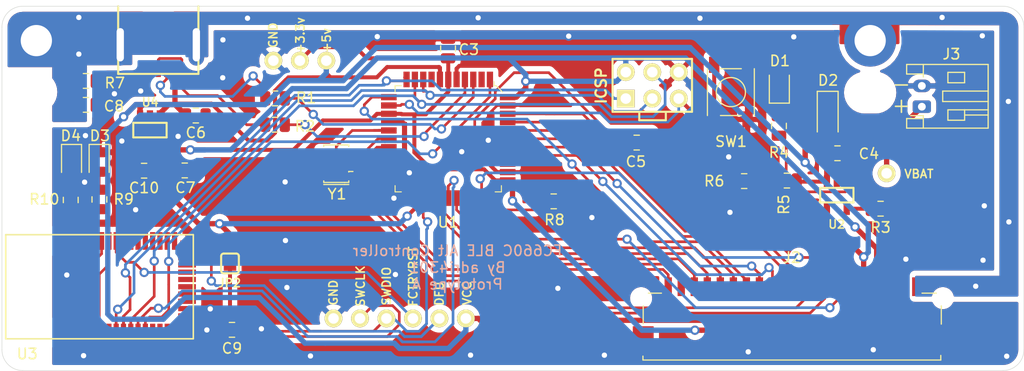
<source format=kicad_pcb>
(kicad_pcb (version 20171130) (host pcbnew "(5.1.0)-1")
  (layers (0 F.Cu signal) (31 B.Cu signal) (34 B.Paste user hide) (35 F.Paste user hide) (36 B.SilkS user) (37 F.SilkS user) (38 B.Mask user hide) (39 F.Mask user hide) (44 Edge.Cuts user))
  (net 0 "")
  (net 1 GND)
  (net 2 +3V3)
  (net 3 VBAT)
  (net 4 /AREF)
  (net 5 VBUS)
  (net 6 /FG)
  (net 7 "Net-(D1-Pad1)")
  (net 8 "Net-(J1-Pad2)")
  (net 9 "Net-(J1-Pad3)")
  (net 10 "Net-(J1-Pad4)")
  (net 11 /FBSTB)
  (net 12 /~OUT)
  (net 13 /SCL)
  (net 14 /SDA)
  (net 15 /INH1)
  (net 16 /INH2)
  (net 17 /SEL_C)
  (net 18 /SEL_B)
  (net 19 /SEL_A)
  (net 20 /COL4)
  (net 21 /COL3)
  (net 22 /COL2)
  (net 23 /COL1)
  (net 24 /LED1)
  (net 25 /LED2)
  (net 26 "Net-(R1-Pad2)")
  (net 27 "Net-(R2-Pad1)")
  (net 28 "Net-(R3-Pad1)")
  (net 29 "Net-(R4-Pad1)")
  (net 30 /BAT_SENS)
  (net 31 "Net-(R8-Pad2)")
  (net 32 /BLE_IRQ)
  (net 33 "Net-(U1-Pad2)")
  (net 34 "Net-(U1-Pad8)")
  (net 35 /SCK)
  (net 36 /MOSI)
  (net 37 /MISO)
  (net 38 /BLE_CS)
  (net 39 "Net-(U4-Pad4)")
  (net 40 "Net-(D3-Pad2)")
  (net 41 "Net-(D4-Pad2)")
  (net 42 /MODE)
  (net 43 /CONNECTED)
  (net 44 /SWDIO_RST)
  (net 45 /SWCLK)
  (net 46 /FCTRYRST)
  (net 47 /DFU)
  (net 48 /RST)
  (net 49 "Net-(C9-Pad1)")
  (net 50 "Net-(U1-Pad21)")
  (net 51 "Net-(U1-Pad20)")
  (net 52 "Net-(U1-Pad16)")
  (net 53 "Net-(U1-Pad17)")
  (net 54 "Net-(U3-Pad41)")
  (net 55 "Net-(U3-Pad40)")
  (net 56 "Net-(U3-Pad37)")
  (net 57 "Net-(U3-Pad33)")
  (net 58 "Net-(U3-Pad32)")
  (net 59 "Net-(U3-Pad31)")
  (net 60 "Net-(U3-Pad30)")
  (net 61 "Net-(U3-Pad29)")
  (net 62 "Net-(U3-Pad28)")
  (net 63 "Net-(U3-Pad27)")
  (net 64 "Net-(U3-Pad26)")
  (net 65 "Net-(U3-Pad23)")
  (net 66 "Net-(U3-Pad22)")
  (net 67 "Net-(U3-Pad21)")
  (net 68 "Net-(U3-Pad20)")
  (net 69 "Net-(U3-Pad19)")
  (net 70 "Net-(U3-Pad18)")
  (net 71 "Net-(U3-Pad17)")
  (net 72 "Net-(U3-Pad15)")
  (net 73 "Net-(U3-Pad12)")
  (net 74 "Net-(U3-Pad11)")
  (net 75 "Net-(U3-Pad10)")
  (net 76 "Net-(U3-Pad9)")
  (module Connector_JST:JST_PH_S2B-PH-K_1x02_P2.00mm_Horizontal (layer F.Cu) (at 121.16 34.588 90)
    (fp_text reference J3 (at 5.052 2.84 180) (layer F.SilkS))
    (fp_text value Conn_01x02)
    (pad 2 thru_hole oval (at 2 0 90) (size 1.2 1.75) (drill 0.75) (layers *.Cu *.Mask) (net 1 GND))
    (pad 1 thru_hole roundrect (at 0 0 90) (size 1.2 1.75) (drill 0.75) (layers *.Cu *.Mask) (roundrect_rratio 0.208333) (net 3 VBAT))
  )
  (module Crystal:Resonator_SMD_muRata_CSTxExxV-3Pin_3.0x1.1mm_HandSoldering (layer F.Cu) (at 64.975 40.061 90)
    (fp_text reference Y1 (at -2.925 0.075 180) (layer F.SilkS))
    (fp_text value Resonator)
    (pad 3 smd rect (at 1.2 0 90) (size 0.4 3.2) (layers F.Cu F.Paste F.Mask) (net 52 "Net-(U1-Pad16)"))
    (pad 2 smd rect (at 0 0 90) (size 0.4 3.2) (layers F.Cu F.Paste F.Mask) (net 1 GND))
    (pad 1 smd rect (at -1.2 0 90) (size 0.4 3.2) (layers F.Cu F.Paste F.Mask) (net 53 "Net-(U1-Pad17)"))
  )
  (module RF_Modules:MDBT40 (layer F.Cu) (at 42.26 51.885 90)
    (fp_text reference U3 (at -6.451 -6.935 180) (layer F.SilkS))
    (fp_text value MDBT40)
    (pad 42 smd rect (at 5 -4 270) (size 1.7 0.5) (drill (offset 0.6 0)) (layers F.Cu F.Paste F.Mask) (net 1 GND))
    (pad 41 smd rect (at 5 -3.3 270) (size 1.7 0.5) (drill (offset 0.6 0)) (layers F.Cu F.Paste F.Mask) (net 54 "Net-(U3-Pad41)"))
    (pad 40 smd rect (at 5 -2.6 270) (size 1.7 0.5) (drill (offset 0.6 0)) (layers F.Cu F.Paste F.Mask) (net 55 "Net-(U3-Pad40)"))
    (pad 39 smd rect (at 5 -1.9 270) (size 1.7 0.5) (drill (offset 0.6 0)) (layers F.Cu F.Paste F.Mask) (net 43 /CONNECTED))
    (pad 38 smd rect (at 5 -1.2 270) (size 1.7 0.5) (drill (offset 0.6 0)) (layers F.Cu F.Paste F.Mask) (net 42 /MODE))
    (pad 37 smd rect (at 5 -0.5 270) (size 1.7 0.5) (drill (offset 0.6 0)) (layers F.Cu F.Paste F.Mask) (net 56 "Net-(U3-Pad37)"))
    (pad 36 smd rect (at 5 0.2 270) (size 1.7 0.5) (drill (offset 0.6 0)) (layers F.Cu F.Paste F.Mask) (net 45 /SWCLK))
    (pad 35 smd rect (at 5 0.9 270) (size 1.7 0.5) (drill (offset 0.6 0)) (layers F.Cu F.Paste F.Mask) (net 44 /SWDIO_RST))
    (pad 34 smd rect (at 5 1.6 270) (size 1.7 0.5) (drill (offset 0.6 0)) (layers F.Cu F.Paste F.Mask) (net 46 /FCTRYRST))
    (pad 33 smd rect (at 5 2.3 270) (size 1.7 0.5) (drill (offset 0.6 0)) (layers F.Cu F.Paste F.Mask) (net 57 "Net-(U3-Pad33)"))
    (pad 32 smd rect (at 5 3 270) (size 1.7 0.5) (drill (offset 0.6 0)) (layers F.Cu F.Paste F.Mask) (net 58 "Net-(U3-Pad32)"))
    (pad 31 smd rect (at 5 3.7 270) (size 1.7 0.5) (drill (offset 0.6 0)) (layers F.Cu F.Paste F.Mask) (net 59 "Net-(U3-Pad31)"))
    (pad 30 smd rect (at 5 4.4 270) (size 1.7 0.5) (drill (offset 0.6 0)) (layers F.Cu F.Paste F.Mask) (net 60 "Net-(U3-Pad30)"))
    (pad 29 smd rect (at 5 5.1 270) (size 1.7 0.5) (drill (offset 0.6 0)) (layers F.Cu F.Paste F.Mask) (net 61 "Net-(U3-Pad29)"))
    (pad 28 smd rect (at 5 5.8 270) (size 1.7 0.5) (drill (offset 0.6 0)) (layers F.Cu F.Paste F.Mask) (net 62 "Net-(U3-Pad28)"))
    (pad 27 smd rect (at 5 6.5 270) (size 1.7 0.5) (drill (offset 0.6 0)) (layers F.Cu F.Paste F.Mask) (net 63 "Net-(U3-Pad27)"))
    (pad 26 smd rect (at 5 7.2 270) (size 1.7 0.5) (drill (offset 0.6 0)) (layers F.Cu F.Paste F.Mask) (net 64 "Net-(U3-Pad26)"))
    (pad 25 smd rect (at 4.2 9 180) (size 1.5 0.5) (drill (offset 0.5 0)) (layers F.Cu F.Paste F.Mask) (net 1 GND))
    (pad 24 smd rect (at 3.5 9 180) (size 1.5 0.5) (drill (offset 0.5 0)) (layers F.Cu F.Paste F.Mask) (net 47 /DFU))
    (pad 23 smd rect (at 2.8 9 180) (size 1.7 0.5) (drill (offset 0.6 0)) (layers F.Cu F.Paste F.Mask) (net 65 "Net-(U3-Pad23)"))
    (pad 22 smd rect (at 2.1 9 180) (size 1.7 0.5) (drill (offset 0.6 0)) (layers F.Cu F.Paste F.Mask) (net 66 "Net-(U3-Pad22)"))
    (pad 21 smd rect (at 1.4 9 180) (size 1.7 0.5) (drill (offset 0.6 0)) (layers F.Cu F.Paste F.Mask) (net 67 "Net-(U3-Pad21)"))
    (pad 20 smd rect (at 0.7 9 180) (size 1.7 0.5) (drill (offset 0.6 0)) (layers F.Cu F.Paste F.Mask) (net 68 "Net-(U3-Pad20)"))
    (pad 19 smd rect (at 0 9 180) (size 1.7 0.5) (drill (offset 0.6 0)) (layers F.Cu F.Paste F.Mask) (net 69 "Net-(U3-Pad19)"))
    (pad 18 smd rect (at -0.7 9 180) (size 1.7 0.5) (drill (offset 0.6 0)) (layers F.Cu F.Paste F.Mask) (net 70 "Net-(U3-Pad18)"))
    (pad 17 smd rect (at -1.4 9 180) (size 1.7 0.5) (drill (offset 0.6 0)) (layers F.Cu F.Paste F.Mask) (net 71 "Net-(U3-Pad17)"))
    (pad 16 smd rect (at -2.1 9 180) (size 1.7 0.5) (drill (offset 0.6 0)) (layers F.Cu F.Paste F.Mask) (net 1 GND))
    (pad 15 smd rect (at -2.8 9 180) (size 1.7 0.5) (drill (offset 0.6 0)) (layers F.Cu F.Paste F.Mask) (net 72 "Net-(U3-Pad15)"))
    (pad 14 smd rect (at -3.5 9 180) (size 1.5 0.5) (drill (offset 0.5 0)) (layers F.Cu F.Paste F.Mask) (net 49 "Net-(C9-Pad1)"))
    (pad 13 smd rect (at -4.2 9 180) (size 1.5 0.5) (drill (offset 0.5 0)) (layers F.Cu F.Paste F.Mask) (net 1 GND))
    (pad 12 smd rect (at -5 7.2 90) (size 1.7 0.5) (drill (offset 0.6 0)) (layers F.Cu F.Paste F.Mask) (net 73 "Net-(U3-Pad12)"))
    (pad 11 smd rect (at -5 6.5 90) (size 1.7 0.5) (drill (offset 0.6 0)) (layers F.Cu F.Paste F.Mask) (net 74 "Net-(U3-Pad11)"))
    (pad 10 smd rect (at -5 5.8 90) (size 1.7 0.5) (drill (offset 0.6 0)) (layers F.Cu F.Paste F.Mask) (net 75 "Net-(U3-Pad10)"))
    (pad 9 smd rect (at -5 5.1 90) (size 1.7 0.5) (drill (offset 0.6 0)) (layers F.Cu F.Paste F.Mask) (net 76 "Net-(U3-Pad9)"))
    (pad 8 smd rect (at -5 4.4 90) (size 1.7 0.5) (drill (offset 0.6 0)) (layers F.Cu F.Paste F.Mask) (net 32 /BLE_IRQ))
    (pad 7 smd rect (at -5 3.7 90) (size 1.7 0.5) (drill (offset 0.6 0)) (layers F.Cu F.Paste F.Mask) (net 38 /BLE_CS))
    (pad 6 smd rect (at -5 3 90) (size 1.7 0.5) (drill (offset 0.6 0)) (layers F.Cu F.Paste F.Mask) (net 36 /MOSI))
    (pad 5 smd rect (at -5 2.3 90) (size 1.7 0.5) (drill (offset 0.6 0)) (layers F.Cu F.Paste F.Mask) (net 37 /MISO))
    (pad 4 smd rect (at -5 1.6 90) (size 1.7 0.5) (drill (offset 0.6 0)) (layers F.Cu F.Paste F.Mask) (net 35 /SCK))
    (pad 3 smd rect (at -5 0.9 90) (size 1.7 0.5) (drill (offset 0.6 0)) (layers F.Cu F.Paste F.Mask) (net 49 "Net-(C9-Pad1)"))
    (pad 2 smd rect (at -5 -3.3 90) (size 1.7 0.5) (drill (offset 0.6 0)) (layers F.Cu F.Paste F.Mask) (net 1 GND))
    (pad 1 smd rect (at -5 -4 90) (size 1.7 0.5) (drill (offset 0.6 0)) (layers F.Cu F.Paste F.Mask) (net 1 GND))
  )
  (module Capacitor_SMD:C_0805_2012Metric (layer F.Cu) (at 40.9625 34.411)
    (fp_text reference C8 (at 2.6875 0.125) (layer F.SilkS))
    (fp_text value 47nF)
    (pad 2 smd roundrect (at 0.9375 0) (size 0.975 1.4) (layers F.Cu F.Paste F.Mask) (net 1 GND))
    (pad 1 smd roundrect (at -0.9375 0) (size 0.975 1.4) (layers F.Cu F.Paste F.Mask) (net 6 /FG))
  )
  (module keyboard_parts:PIN_1 (layer F.Cu) (at 117.78 40.986)
    (fp_text reference J14 hide)
    (fp_text value VBAT (at 3.1 0.06) (layer F.SilkS) (effects (font (size 0.8 0.8))))
    (pad 1 thru_hole circle (at 0 0) (size 1.7 1.7) (drill 1.016) (layers *.Cu *.Mask F.SilkS) (net 3 VBAT))
  )
  (module keyboard_parts:USB_miniB_hirose_5S8 (layer F.Cu) (at 47.9 31.036 180)
    (fp_text reference J1 hide)
    (fp_text value USB_B_Mini hide)
    (pad 6 thru_hole oval (at 3.65 2.4 180) (size 1.5 4) (drill oval 0.7 3.2) (layers *.Cu *.Mask F.Paste) (net 6 /FG))
    (pad 6 thru_hole oval (at -3.65 2.4 180) (size 1.5 4) (drill oval 0.7 3.2) (layers *.Cu *.Mask F.Paste) (net 6 /FG))
    (pad 5 smd rect (at 1.6 0 180) (size 0.5 1.4) (layers F.Cu F.Paste F.Mask) (net 1 GND))
    (pad 4 smd rect (at 0.8 0 180) (size 0.5 1.4) (layers F.Cu F.Paste F.Mask) (net 10 "Net-(J1-Pad4)"))
    (pad 3 smd rect (at 0 0 180) (size 0.5 1.4) (layers F.Cu F.Paste F.Mask) (net 9 "Net-(J1-Pad3)"))
    (pad 2 smd rect (at -0.8 0 180) (size 0.5 1.4) (layers F.Cu F.Paste F.Mask) (net 8 "Net-(J1-Pad2)"))
    (pad 1 smd rect (at -1.6 0 180) (size 0.5 1.4) (layers F.Cu F.Paste F.Mask) (net 5 VBUS))
    (pad 6 smd rect (at -2.675 5.2 180) (size 2.35 0.8) (layers F.Cu F.Paste F.Mask) (net 6 /FG))
    (pad 6 smd rect (at 2.675 5.2 180) (size 2.35 0.8) (layers F.Cu F.Paste F.Mask) (net 6 /FG))
  )
  (module keyboard_parts:AVR_ICSP_3x2 (layer F.Cu) (at 95.296 32.536)
    (fp_text reference J4 hide)
    (fp_text value ICSP (at -4.906 0.036 270) (layer F.SilkS) (effects (font (size 1.016 1.016) (thickness 0.2032))))
    (pad 6 thru_hole circle (at 2.54 -1.27) (size 1.7 1.7) (drill 1.016) (layers *.Cu *.Mask F.SilkS) (net 1 GND))
    (pad 5 thru_hole circle (at 2.54 1.27) (size 1.7 1.7) (drill 1.016) (layers *.Cu *.Mask F.SilkS) (net 48 /RST))
    (pad 4 thru_hole circle (at 0 -1.27) (size 1.7 1.7) (drill 1.016) (layers *.Cu *.Mask F.SilkS) (net 36 /MOSI))
    (pad 3 thru_hole circle (at 0 1.27) (size 1.7 1.7) (drill 1.016) (layers *.Cu *.Mask F.SilkS) (net 35 /SCK))
    (pad 2 thru_hole circle (at -2.54 -1.27) (size 1.7 1.7) (drill 1.016) (layers *.Cu *.Mask F.SilkS) (net 2 +3V3))
    (pad 1 thru_hole rect (at -2.54 1.27) (size 1.7 1.7) (drill 1.016) (layers *.Cu *.Mask F.SilkS) (net 37 /MISO))
  )
  (module fc660bt:SW_PTS647 (layer F.Cu) (at 102.836 33.186 90)
    (fp_text reference SW1 (at -4.75 0.014 180) (layer F.SilkS))
    (fp_text value SW_Push)
    (pad 1 smd rect (at 2.625 -1.6 90) (size 1.55 1) (layers F.Cu F.Paste F.Mask) (net 48 /RST))
    (pad 2 smd rect (at 2.625 1.6 90) (size 1.55 1) (layers F.Cu F.Paste F.Mask) (net 1 GND))
    (pad 2 smd rect (at -2.625 1.6 90) (size 1.55 1) (layers F.Cu F.Paste F.Mask) (net 1 GND))
    (pad 1 smd rect (at -2.625 -1.6 90) (size 1.55 1) (layers F.Cu F.Paste F.Mask) (net 48 /RST))
  )
  (module fc660bt:HRS_DF14_20P (layer F.Cu) (at 108.7 54.8 180)
    (fp_text reference J2)
    (fp_text value Conn_01x20)
    (fp_text user %R (at 0 5.72 180) (layer F.SilkS))
    (pad "" np_thru_hole circle (at -14.4745 1.821 180) (size 1.1 1.1) (drill 1.1) (layers *.Cu *.Mask))
    (pad "" np_thru_hole circle (at 14.4755 1.821 180) (size 1.1 1.1) (drill 1.1) (layers *.Cu *.Mask))
    (pad 1 smd rect (at 11.875 2.92 180) (size 0.7 1.8) (layers F.Cu F.Paste F.Mask) (net 25 /LED2))
    (pad 2 smd rect (at 10.625 2.92 180) (size 0.7 1.8) (layers F.Cu F.Paste F.Mask) (net 24 /LED1))
    (pad 3 smd rect (at 9.375 2.92 180) (size 0.7 1.8) (layers F.Cu F.Paste F.Mask) (net 23 /COL1))
    (pad 4 smd rect (at 8.125 2.92 180) (size 0.7 1.8) (layers F.Cu F.Paste F.Mask) (net 22 /COL2))
    (pad 5 smd rect (at 6.875 2.92 180) (size 0.7 1.8) (layers F.Cu F.Paste F.Mask) (net 21 /COL3))
    (pad 6 smd rect (at 5.625 2.92 180) (size 0.7 1.8) (layers F.Cu F.Paste F.Mask) (net 20 /COL4))
    (pad 7 smd rect (at 4.375 2.92 180) (size 0.7 1.8) (layers F.Cu F.Paste F.Mask) (net 19 /SEL_A))
    (pad 8 smd rect (at 3.125 2.92 180) (size 0.7 1.8) (layers F.Cu F.Paste F.Mask) (net 18 /SEL_B))
    (pad 9 smd rect (at 1.875 2.92 180) (size 0.7 1.8) (layers F.Cu F.Paste F.Mask) (net 17 /SEL_C))
    (pad 10 smd rect (at 0.625 2.92 180) (size 0.7 1.8) (layers F.Cu F.Paste F.Mask) (net 16 /INH2))
    (pad 11 smd rect (at -0.625 2.92 180) (size 0.7 1.8) (layers F.Cu F.Paste F.Mask) (net 15 /INH1))
    (pad 12 smd rect (at -1.875 2.92 180) (size 0.7 1.8) (layers F.Cu F.Paste F.Mask) (net 14 /SDA))
    (pad 13 smd rect (at -3.125 2.92 180) (size 0.7 1.8) (layers F.Cu F.Paste F.Mask) (net 13 /SCL))
    (pad 14 smd rect (at -4.375 2.92 180) (size 0.7 1.8) (layers F.Cu F.Paste F.Mask) (net 12 /~OUT))
    (pad 15 smd rect (at -5.625 2.92 180) (size 0.7 1.8) (layers F.Cu F.Paste F.Mask) (net 11 /FBSTB))
    (pad 16 smd rect (at -6.875 2.92 180) (size 0.7 1.8) (layers F.Cu F.Paste F.Mask) (net 5 VBUS))
    (pad 17 smd rect (at -8.125 2.92 180) (size 0.7 1.8) (layers F.Cu F.Paste F.Mask) (net 2 +3V3))
    (pad 18 smd rect (at -9.375 2.92 180) (size 0.7 1.8) (layers F.Cu F.Paste F.Mask) (net 1 GND))
    (pad 19 smd rect (at -10.625 2.92 180) (size 0.7 1.8) (layers F.Cu F.Paste F.Mask) (net 1 GND))
    (pad 20 smd rect (at -11.875 2.92 180) (size 0.7 1.8) (layers F.Cu F.Paste F.Mask) (net 6 /FG))
    (pad MP smd rect (at -14.275 -2.18 180) (size 2 2.6) (layers F.Cu F.Paste F.Mask))
    (pad MP smd rect (at 14.275 -2.18 180) (size 2 2.6) (layers F.Cu F.Paste F.Mask))
  )
  (module fc660bt:Hole_Pins (layer F.Cu) (at 36.2 33.236)
    (fp_text reference H4 hide)
    (fp_text value MountingHole)
    (pad "" np_thru_hole oval (at 0 -0.0635) (size 3 3) (drill oval 3) (layers *.Cu *.Mask))
  )
  (module fc660bt:Hole_Pins (layer F.Cu) (at 116.2 33.2995)
    (fp_text reference H3 hide)
    (fp_text value MountingHole)
    (pad "" np_thru_hole oval (at 0 -0.0635) (size 4 3) (drill oval 4 3) (layers *.Cu *.Mask))
  )
  (module MountingHole:MountingHole_2.7mm_Pad (layer F.Cu) (at 116.2 28.236)
    (fp_text reference H2 hide)
    (fp_text value MountingHole)
    (pad "" thru_hole circle (at 0 0) (size 5 5) (drill 3) (layers *.Cu *.Mask) (net 6 /FG))
  )
  (module MountingHole:MountingHole_2.7mm_Pad (layer F.Cu) (at 36.2 28.236)
    (fp_text reference H1 hide)
    (fp_text value MountingHole)
    (pad "" thru_hole circle (at 0 0) (size 5 5) (drill 3) (layers *.Cu *.Mask) (net 6 /FG))
  )
  (module Capacitor_SMD:C_0805_2012Metric (layer F.Cu) (at 46.5375 40.736 180)
    (fp_text reference C10 (at 0 -1.65 180) (layer F.SilkS))
    (fp_text value 10uF)
    (pad 1 smd roundrect (at -0.9375 0 180) (size 0.975 1.4) (layers F.Cu F.Paste F.Mask) (net 2 +3V3))
    (pad 2 smd roundrect (at 0.9375 0 180) (size 0.975 1.4) (layers F.Cu F.Paste F.Mask) (net 1 GND))
  )
  (module keyboard_parts:SOLDER_JUMPER_2 (layer F.Cu) (at 54.78 49.645 270)
    (fp_text reference JP2 (at 1.88 0.038) (layer F.SilkS) (effects (font (size 0.8 0.8))))
    (fp_text value BLE_EN hide)
    (pad 2 smd rect (at 0.4 0 270) (size 0.6 1.2) (layers F.Cu F.Mask) (net 49 "Net-(C9-Pad1)") (clearance 0.1))
    (pad 1 smd rect (at -0.4 0 270) (size 0.6 1.2) (layers F.Cu F.Mask) (net 2 +3V3) (clearance 0.1))
  )
  (module digikey-footprints:TQFP-44_10x10mm (layer F.Cu) (at 75.72 37.67 270)
    (fp_text reference U1 (at 8.02 0.01) (layer F.SilkS))
    (fp_text value ATmega32U4-MU)
    (pad 44 smd rect (at -4 -5.7 270) (size 0.6 1.5) (layers F.Cu F.Paste F.Mask) (net 2 +3V3))
    (pad 43 smd rect (at -3.2 -5.7 270) (size 0.6 1.5) (layers F.Cu F.Paste F.Mask) (net 1 GND))
    (pad 42 smd rect (at -2.4 -5.7 270) (size 0.6 1.5) (layers F.Cu F.Paste F.Mask) (net 4 /AREF))
    (pad 41 smd rect (at -1.6 -5.7 270) (size 0.6 1.5) (layers F.Cu F.Paste F.Mask) (net 15 /INH1))
    (pad 40 smd rect (at -0.8 -5.7 270) (size 0.6 1.5) (layers F.Cu F.Paste F.Mask) (net 16 /INH2))
    (pad 39 smd rect (at 0 -5.7 270) (size 0.6 1.5) (layers F.Cu F.Paste F.Mask) (net 19 /SEL_A))
    (pad 38 smd rect (at 0.8 -5.7 270) (size 0.6 1.5) (layers F.Cu F.Paste F.Mask) (net 18 /SEL_B))
    (pad 37 smd rect (at 1.6 -5.7 270) (size 0.6 1.5) (layers F.Cu F.Paste F.Mask) (net 17 /SEL_C))
    (pad 36 smd rect (at 2.4 -5.7 270) (size 0.6 1.5) (layers F.Cu F.Paste F.Mask) (net 30 /BAT_SENS))
    (pad 35 smd rect (at 3.2 -5.7 270) (size 0.6 1.5) (layers F.Cu F.Paste F.Mask) (net 1 GND))
    (pad 34 smd rect (at 4 -5.7 270) (size 0.6 1.5) (layers F.Cu F.Paste F.Mask) (net 2 +3V3))
    (pad 12 smd rect (at -4 5.7 270) (size 0.6 1.5) (layers F.Cu F.Paste F.Mask) (net 20 /COL4))
    (pad 13 smd rect (at -3.2 5.7 270) (size 0.6 1.5) (layers F.Cu F.Paste F.Mask) (net 48 /RST))
    (pad 14 smd rect (at -2.4 5.7 270) (size 0.6 1.5) (layers F.Cu F.Paste F.Mask) (net 2 +3V3))
    (pad 15 smd rect (at -1.6 5.7 270) (size 0.6 1.5) (layers F.Cu F.Paste F.Mask) (net 1 GND))
    (pad 16 smd rect (at -0.8 5.7 270) (size 0.6 1.5) (layers F.Cu F.Paste F.Mask) (net 52 "Net-(U1-Pad16)"))
    (pad 22 smd rect (at 4 5.7 270) (size 0.6 1.5) (layers F.Cu F.Paste F.Mask) (net 25 /LED2))
    (pad 21 smd rect (at 3.2 5.7 270) (size 0.6 1.5) (layers F.Cu F.Paste F.Mask) (net 50 "Net-(U1-Pad21)"))
    (pad 20 smd rect (at 2.4 5.7 270) (size 0.6 1.5) (layers F.Cu F.Paste F.Mask) (net 51 "Net-(U1-Pad20)"))
    (pad 19 smd rect (at 1.6 5.7 270) (size 0.6 1.5) (layers F.Cu F.Paste F.Mask) (net 14 /SDA))
    (pad 18 smd rect (at 0.8 5.7 270) (size 0.6 1.5) (layers F.Cu F.Paste F.Mask) (net 13 /SCL))
    (pad 17 smd rect (at 0 5.7 270) (size 0.6 1.5) (layers F.Cu F.Paste F.Mask) (net 53 "Net-(U1-Pad17)"))
    (pad 23 smd rect (at 5.7 4 270) (size 1.5 0.6) (layers F.Cu F.Paste F.Mask) (net 1 GND))
    (pad 24 smd rect (at 5.7 3.2 270) (size 1.5 0.6) (layers F.Cu F.Paste F.Mask) (net 2 +3V3))
    (pad 25 smd rect (at 5.7 2.4 270) (size 1.5 0.6) (layers F.Cu F.Paste F.Mask) (net 44 /SWDIO_RST))
    (pad 26 smd rect (at 5.7 1.6 270) (size 1.5 0.6) (layers F.Cu F.Paste F.Mask) (net 24 /LED1))
    (pad 27 smd rect (at 5.7 0.8 270) (size 1.5 0.6) (layers F.Cu F.Paste F.Mask) (net 23 /COL1))
    (pad 33 smd rect (at 5.7 -4 270) (size 1.5 0.6) (layers F.Cu F.Paste F.Mask) (net 31 "Net-(R8-Pad2)"))
    (pad 32 smd rect (at 5.7 -3.2 270) (size 1.5 0.6) (layers F.Cu F.Paste F.Mask) (net 11 /FBSTB))
    (pad 31 smd rect (at 5.7 -2.4 270) (size 1.5 0.6) (layers F.Cu F.Paste F.Mask) (net 12 /~OUT))
    (pad 30 smd rect (at 5.7 -1.6 270) (size 1.5 0.6) (layers F.Cu F.Paste F.Mask) (net 21 /COL3))
    (pad 29 smd rect (at 5.7 -0.8 270) (size 1.5 0.6) (layers F.Cu F.Paste F.Mask) (net 22 /COL2))
    (pad 28 smd rect (at 5.7 0 270) (size 1.5 0.6) (layers F.Cu F.Paste F.Mask) (net 38 /BLE_CS))
    (pad 11 smd rect (at -5.7 4 270) (size 1.5 0.6) (layers F.Cu F.Paste F.Mask) (net 37 /MISO))
    (pad 10 smd rect (at -5.7 3.2 270) (size 1.5 0.6) (layers F.Cu F.Paste F.Mask) (net 36 /MOSI))
    (pad 9 smd rect (at -5.7 2.4 270) (size 1.5 0.6) (layers F.Cu F.Paste F.Mask) (net 35 /SCK))
    (pad 8 smd rect (at -5.7 1.6 270) (size 1.5 0.6) (layers F.Cu F.Paste F.Mask) (net 34 "Net-(U1-Pad8)"))
    (pad 7 smd rect (at -5.7 0.8 270) (size 1.5 0.6) (layers F.Cu F.Paste F.Mask) (net 5 VBUS))
    (pad 1 smd rect (at -5.7 -4 270) (size 1.5 0.6) (layers F.Cu F.Paste F.Mask) (net 32 /BLE_IRQ))
    (pad 2 smd rect (at -5.7 -3.2 270) (size 1.5 0.6) (layers F.Cu F.Paste F.Mask) (net 33 "Net-(U1-Pad2)"))
    (pad 3 smd rect (at -5.7 -2.4 270) (size 1.5 0.6) (layers F.Cu F.Paste F.Mask) (net 26 "Net-(R1-Pad2)"))
    (pad 4 smd rect (at -5.7 -1.6 270) (size 1.5 0.6) (layers F.Cu F.Paste F.Mask) (net 27 "Net-(R2-Pad1)"))
    (pad 5 smd rect (at -5.7 -0.8 270) (size 1.5 0.6) (layers F.Cu F.Paste F.Mask) (net 1 GND))
    (pad 6 smd rect (at -5.7 0 270) (size 1.5 0.6) (layers F.Cu F.Paste F.Mask) (net 2 +3V3))
  )
  (module Diode_SMD:D_SOD-123 (layer F.Cu) (at 112.125 35.361 270)
    (fp_text reference D2 (at -3.306 -0.04) (layer F.SilkS))
    (fp_text value MBR120)
    (pad 2 smd rect (at 1.65 0 270) (size 0.9 1.2) (layers F.Cu F.Paste F.Mask) (net 3 VBAT))
    (pad 1 smd rect (at -1.65 0 270) (size 0.9 1.2) (layers F.Cu F.Paste F.Mask) (net 5 VBUS))
  )
  (module keyboard_parts:SOT23-5_HSOL (layer F.Cu) (at 47.1 36.836 180)
    (fp_text reference U4 (at -0.02 2.67) (layer F.SilkS) (effects (font (size 0.8 0.8))))
    (fp_text value AP2112K-3.3 hide)
    (pad 1 smd rect (at -0.95 1.3 180) (size 0.6 1.2) (layers F.Cu F.Paste F.Mask) (net 5 VBUS))
    (pad 3 smd rect (at 0.95 1.3 180) (size 0.6 1.2) (layers F.Cu F.Paste F.Mask) (net 5 VBUS))
    (pad 2 smd rect (at 0 1.3 180) (size 0.6 1.2) (layers F.Cu F.Paste F.Mask) (net 1 GND))
    (pad 5 smd rect (at -0.95 -1.3 180) (size 0.6 1.2) (layers F.Cu F.Paste F.Mask) (net 2 +3V3))
    (pad 4 smd rect (at 0.95 -1.3 180) (size 0.6 1.2) (layers F.Cu F.Paste F.Mask) (net 39 "Net-(U4-Pad4)"))
  )
  (module keyboard_parts:SOT23-5_HSOL (layer F.Cu) (at 113 43.086 180)
    (fp_text reference U2 (at 0.01 -2.8 180) (layer F.SilkS) (effects (font (size 0.8 0.8))))
    (fp_text value MCP73831-2-OT)
    (pad 4 smd rect (at 0.95 -1.3 180) (size 0.6 1.2) (layers F.Cu F.Paste F.Mask) (net 5 VBUS))
    (pad 5 smd rect (at -0.95 -1.3 180) (size 0.6 1.2) (layers F.Cu F.Paste F.Mask) (net 28 "Net-(R3-Pad1)"))
    (pad 2 smd rect (at 0 1.3 180) (size 0.6 1.2) (layers F.Cu F.Paste F.Mask) (net 1 GND))
    (pad 3 smd rect (at 0.95 1.3 180) (size 0.6 1.2) (layers F.Cu F.Paste F.Mask) (net 3 VBAT))
    (pad 1 smd rect (at -0.95 1.3 180) (size 0.6 1.2) (layers F.Cu F.Paste F.Mask) (net 29 "Net-(R4-Pad1)"))
  )
  (module keyboard_parts:PIN_1 (layer F.Cu) (at 77.4095 54.9307)
    (fp_text reference J13 hide)
    (fp_text value VCC (at 0.120501 -2.430699 90) (layer F.SilkS) (effects (font (size 0.8 0.8))))
    (pad 1 thru_hole circle (at 0 0) (size 1.7 1.7) (drill 1.016) (layers *.Cu *.Mask F.SilkS) (net 5 VBUS))
  )
  (module keyboard_parts:PIN_1 (layer F.Cu) (at 74.8695 54.9307)
    (fp_text reference J12 hide)
    (fp_text value DFU (at 0.000501 -2.380699 90) (layer F.SilkS) (effects (font (size 0.8 0.8))))
    (pad 1 thru_hole circle (at 0 0) (size 1.7 1.7) (drill 1.016) (layers *.Cu *.Mask F.SilkS) (net 47 /DFU))
  )
  (module keyboard_parts:PIN_1 (layer F.Cu) (at 72.3295 54.9307)
    (fp_text reference J11 hide)
    (fp_text value FCTRYRST (at 0.020501 -4.030699 90) (layer F.SilkS) (effects (font (size 0.8 0.8))))
    (pad 1 thru_hole circle (at 0 0) (size 1.7 1.7) (drill 1.016) (layers *.Cu *.Mask F.SilkS) (net 46 /FCTRYRST))
  )
  (module keyboard_parts:PIN_1 (layer F.Cu) (at 69.7895 54.9307)
    (fp_text reference J10 hide)
    (fp_text value SWDIO (at 0.010501 -3.100699 90) (layer F.SilkS) (effects (font (size 0.8 0.8))))
    (pad 1 thru_hole circle (at 0 0) (size 1.7 1.7) (drill 1.016) (layers *.Cu *.Mask F.SilkS) (net 44 /SWDIO_RST))
  )
  (module keyboard_parts:PIN_1 (layer F.Cu) (at 67.2495 54.9307)
    (fp_text reference J9 hide)
    (fp_text value SWCLK (at 0.050501 -3.110699 90) (layer F.SilkS) (effects (font (size 0.8 0.8))))
    (pad 1 thru_hole circle (at 0 0) (size 1.7 1.7) (drill 1.016) (layers *.Cu *.Mask F.SilkS) (net 45 /SWCLK))
  )
  (module keyboard_parts:PIN_1 (layer F.Cu) (at 61.48 30.16)
    (fp_text reference J8 hide)
    (fp_text value +3.3v (at 0.045 -2.414 270) (layer F.SilkS) (effects (font (size 0.8 0.8))))
    (pad 1 thru_hole circle (at 0 0) (size 1.7 1.7) (drill 1.016) (layers *.Cu *.Mask F.SilkS) (net 2 +3V3))
  )
  (module keyboard_parts:PIN_1 (layer F.Cu) (at 64.02 30.16)
    (fp_text reference J7 hide)
    (fp_text value +5v (at 0.03 -1.939 90) (layer F.SilkS) (effects (font (size 0.8 0.8))))
    (pad 1 thru_hole circle (at 0 0) (size 1.7 1.7) (drill 1.016) (layers *.Cu *.Mask F.SilkS) (net 5 VBUS))
  )
  (module keyboard_parts:PIN_1 (layer F.Cu) (at 64.7095 54.9307)
    (fp_text reference J6 hide)
    (fp_text value GND (at -0.009499 -2.480699 270) (layer F.SilkS) (effects (font (size 0.8 0.8))))
    (pad 1 thru_hole circle (at 0 0) (size 1.7 1.7) (drill 1.016) (layers *.Cu *.Mask F.SilkS) (net 1 GND))
  )
  (module keyboard_parts:PIN_1 (layer F.Cu) (at 58.94 30.16)
    (fp_text reference J5 hide)
    (fp_text value GND (at -0.015 -2.439 270) (layer F.SilkS) (effects (font (size 0.8 0.8))))
    (pad 1 thru_hole circle (at 0 0) (size 1.7 1.7) (drill 1.016) (layers *.Cu *.Mask F.SilkS) (net 1 GND))
  )
  (module Resistor_SMD:R_0805_2012Metric (layer F.Cu) (at 39.5 43.5485 90)
    (fp_text reference R10 (at 0.0705 -2.536 180) (layer F.SilkS))
    (fp_text value 2.2K)
    (pad 2 smd roundrect (at 0.9375 0 90) (size 0.975 1.4) (layers F.Cu F.Paste F.Mask) (net 41 "Net-(D4-Pad2)"))
    (pad 1 smd roundrect (at -0.9375 0 90) (size 0.975 1.4) (layers F.Cu F.Paste F.Mask) (net 43 /CONNECTED))
  )
  (module Resistor_SMD:R_0805_2012Metric (layer F.Cu) (at 42.25 43.4985 90)
    (fp_text reference R9 (at 0.0205 2.334 180) (layer F.SilkS))
    (fp_text value 2.2K)
    (pad 2 smd roundrect (at 0.9375 0 90) (size 0.975 1.4) (layers F.Cu F.Paste F.Mask) (net 40 "Net-(D3-Pad2)"))
    (pad 1 smd roundrect (at -0.9375 0 90) (size 0.975 1.4) (layers F.Cu F.Paste F.Mask) (net 42 /MODE))
  )
  (module LED_SMD:LED_0805_2012Metric (layer F.Cu) (at 39.575 39.8985 270)
    (fp_text reference D4 (at -2.5165 0.071) (layer F.SilkS))
    (fp_text value BLUE)
    (pad 2 smd roundrect (at 0.9375 0 270) (size 0.975 1.4) (layers F.Cu F.Paste F.Mask) (net 41 "Net-(D4-Pad2)"))
    (pad 1 smd roundrect (at -0.9375 0 270) (size 0.975 1.4) (layers F.Cu F.Paste F.Mask) (net 1 GND))
  )
  (module LED_SMD:LED_0805_2012Metric (layer F.Cu) (at 42.225 39.8985 270)
    (fp_text reference D3 (at -2.5165 -0.073) (layer F.SilkS))
    (fp_text value RED)
    (pad 2 smd roundrect (at 0.9375 0 270) (size 0.975 1.4) (layers F.Cu F.Paste F.Mask) (net 40 "Net-(D3-Pad2)"))
    (pad 1 smd roundrect (at -0.9375 0 270) (size 0.975 1.4) (layers F.Cu F.Paste F.Mask) (net 1 GND))
  )
  (module Capacitor_SMD:C_0805_2012Metric (layer F.Cu) (at 54.97 56.025)
    (fp_text reference C9 (at 0 1.78) (layer F.SilkS))
    (fp_text value 1uF)
    (pad 2 smd roundrect (at 0.9375 0) (size 0.975 1.4) (layers F.Cu F.Paste F.Mask) (net 1 GND))
    (pad 1 smd roundrect (at -0.9375 0) (size 0.975 1.4) (layers F.Cu F.Paste F.Mask) (net 49 "Net-(C9-Pad1)"))
  )
  (module Capacitor_SMD:C_0805_2012Metric (layer F.Cu) (at 75.7 28.9985 270)
    (fp_text reference C3 (at 0.1 -2 180) (layer F.SilkS))
    (fp_text value 1uF)
    (pad 2 smd roundrect (at 0.9375 0 270) (size 0.975 1.4) (layers F.Cu F.Paste F.Mask) (net 2 +3V3))
    (pad 1 smd roundrect (at -0.9375 0 270) (size 0.975 1.4) (layers F.Cu F.Paste F.Mask) (net 1 GND))
  )
  (module Capacitor_SMD:C_0805_2012Metric (layer F.Cu) (at 113.0625 39.061)
    (fp_text reference C4 (at 3.0125 0.05 -180) (layer F.SilkS))
    (fp_text value 10uF)
    (pad 1 smd roundrect (at -0.9375 0) (size 0.975 1.4) (layers F.Cu F.Paste F.Mask) (net 3 VBAT))
    (pad 2 smd roundrect (at 0.9375 0) (size 0.975 1.4) (layers F.Cu F.Paste F.Mask) (net 1 GND))
  )
  (module Capacitor_SMD:C_0805_2012Metric (layer F.Cu) (at 93.8 38.036)
    (fp_text reference C5 (at -0.0785 1.834 180) (layer F.SilkS))
    (fp_text value 1uF)
    (pad 1 smd roundrect (at -0.9375 0) (size 0.975 1.4) (layers F.Cu F.Paste F.Mask) (net 4 /AREF))
    (pad 2 smd roundrect (at 0.9375 0) (size 0.975 1.4) (layers F.Cu F.Paste F.Mask) (net 1 GND))
  )
  (module Capacitor_SMD:C_0805_2012Metric (layer F.Cu) (at 51.5 35.436 180)
    (fp_text reference C6 (at 0 -1.65 180) (layer F.SilkS))
    (fp_text value 1uF)
    (pad 2 smd roundrect (at 0.9375 0 180) (size 0.975 1.4) (layers F.Cu F.Paste F.Mask) (net 5 VBUS))
    (pad 1 smd roundrect (at -0.9375 0 180) (size 0.975 1.4) (layers F.Cu F.Paste F.Mask) (net 1 GND))
  )
  (module Capacitor_SMD:C_0805_2012Metric (layer F.Cu) (at 50.4375 40.711)
    (fp_text reference C7 (at 0.06 1.66 180) (layer F.SilkS))
    (fp_text value 1uF)
    (pad 1 smd roundrect (at -0.9375 0) (size 0.975 1.4) (layers F.Cu F.Paste F.Mask) (net 2 +3V3))
    (pad 2 smd roundrect (at 0.9375 0) (size 0.975 1.4) (layers F.Cu F.Paste F.Mask) (net 1 GND))
  )
  (module LED_SMD:LED_0805_2012Metric (layer F.Cu) (at 107.486 32.561 90)
    (fp_text reference D1 (at 2.375 0.05 -180) (layer F.SilkS))
    (fp_text value ORANGE)
    (pad 1 smd roundrect (at -0.9375 0 90) (size 0.975 1.4) (layers F.Cu F.Paste F.Mask) (net 7 "Net-(D1-Pad1)"))
    (pad 2 smd roundrect (at 0.9375 0 90) (size 0.975 1.4) (layers F.Cu F.Paste F.Mask) (net 5 VBUS))
  )
  (module Resistor_SMD:R_0805_2012Metric (layer F.Cu) (at 59.1025 33.79)
    (fp_text reference R1 (at 2.98 -0.06) (layer F.SilkS))
    (fp_text value 22)
    (pad 1 smd roundrect (at -0.9375 0) (size 0.975 1.4) (layers F.Cu F.Paste F.Mask) (net 8 "Net-(J1-Pad2)"))
    (pad 2 smd roundrect (at 0.9375 0) (size 0.975 1.4) (layers F.Cu F.Paste F.Mask) (net 26 "Net-(R1-Pad2)"))
  )
  (module Resistor_SMD:R_0805_2012Metric (layer F.Cu) (at 59.1025 36.32 180)
    (fp_text reference R2 (at -2.87 -0.15 180) (layer F.SilkS))
    (fp_text value 22)
    (pad 2 smd roundrect (at 0.9375 0 180) (size 0.975 1.4) (layers F.Cu F.Paste F.Mask) (net 9 "Net-(J1-Pad3)"))
    (pad 1 smd roundrect (at -0.9375 0 180) (size 0.975 1.4) (layers F.Cu F.Paste F.Mask) (net 27 "Net-(R2-Pad1)"))
  )
  (module Resistor_SMD:R_0805_2012Metric (layer F.Cu) (at 117.2 44.386)
    (fp_text reference R3 (at 0 1.8) (layer F.SilkS))
    (fp_text value 10K)
    (pad 2 smd roundrect (at 0.9375 0) (size 0.975 1.4) (layers F.Cu F.Paste F.Mask) (net 1 GND))
    (pad 1 smd roundrect (at -0.9375 0) (size 0.975 1.4) (layers F.Cu F.Paste F.Mask) (net 28 "Net-(R3-Pad1)"))
  )
  (module Resistor_SMD:R_0805_2012Metric (layer F.Cu) (at 107.45 36.436 90)
    (fp_text reference R4 (at -2.55 0) (layer F.SilkS))
    (fp_text value 1K)
    (pad 2 smd roundrect (at 0.9375 0 90) (size 0.975 1.4) (layers F.Cu F.Paste F.Mask) (net 7 "Net-(D1-Pad1)"))
    (pad 1 smd roundrect (at -0.9375 0 90) (size 0.975 1.4) (layers F.Cu F.Paste F.Mask) (net 29 "Net-(R4-Pad1)"))
  )
  (module Resistor_SMD:R_0805_2012Metric (layer F.Cu) (at 108.2125 41.686 180)
    (fp_text reference R5 (at 0.2915 -2.302 -90) (layer F.SilkS))
    (fp_text value 100K)
    (pad 1 smd roundrect (at -0.9375 0 180) (size 0.975 1.4) (layers F.Cu F.Paste F.Mask) (net 3 VBAT))
    (pad 2 smd roundrect (at 0.9375 0 180) (size 0.975 1.4) (layers F.Cu F.Paste F.Mask) (net 30 /BAT_SENS))
  )
  (module Resistor_SMD:R_0805_2012Metric (layer F.Cu) (at 104.1125 41.736 180)
    (fp_text reference R6 (at 2.8725 0) (layer F.SilkS))
    (fp_text value 100K)
    (pad 2 smd roundrect (at 0.9375 0 180) (size 0.975 1.4) (layers F.Cu F.Paste F.Mask) (net 1 GND))
    (pad 1 smd roundrect (at -0.9375 0 180) (size 0.975 1.4) (layers F.Cu F.Paste F.Mask) (net 30 /BAT_SENS))
  )
  (module Resistor_SMD:R_0805_2012Metric (layer F.Cu) (at 40.9625 32.111)
    (fp_text reference R7 (at 2.7625 0.2 180) (layer F.SilkS))
    (fp_text value 1M)
    (pad 1 smd roundrect (at -0.9375 0) (size 0.975 1.4) (layers F.Cu F.Paste F.Mask) (net 6 /FG))
    (pad 2 smd roundrect (at 0.9375 0) (size 0.975 1.4) (layers F.Cu F.Paste F.Mask) (net 1 GND))
  )
  (module Resistor_SMD:R_0805_2012Metric (layer F.Cu) (at 85.8375 43.68 180)
    (fp_text reference R8 (at -0.0725 -1.78) (layer F.SilkS))
    (fp_text value 1K)
    (pad 1 smd roundrect (at -0.9375 0 180) (size 0.975 1.4) (layers F.Cu F.Paste F.Mask) (net 1 GND))
    (pad 2 smd roundrect (at 0.9375 0 180) (size 0.975 1.4) (layers F.Cu F.Paste F.Mask) (net 31 "Net-(R8-Pad2)"))
  )
  (gr_text - (at 119.2 32.386) (layer F.SilkS) (effects (font (size 1.5 1.5))))
  (gr_text + (at 119.2 34.436) (layer F.SilkS) (effects (font (size 1.5 1.5))))
  (gr_text "FC660C BLE Alt Controller\nBy adri4301\nPrototype A" (at 76.6 50.036) (layer B.SilkS) (effects (font (size 1 1)) (justify mirror)))
  (gr_arc (start 128.95 57.936) (end 128.95 59.936) (angle -90) (layer Edge.Cuts) (width 0.05))
  (gr_arc (start 34.9 57.936) (end 32.9 57.936) (angle -90) (layer Edge.Cuts) (width 0.05))
  (gr_arc (start 128.95 26.936) (end 130.95 26.936) (angle -90) (layer Edge.Cuts) (width 0.05))
  (gr_arc (start 34.9 26.936) (end 34.9 24.936) (angle -90) (layer Edge.Cuts) (width 0.05))
  (gr_line (start 32.9 57.936) (end 32.9 26.936) (layer Edge.Cuts) (width 0.05))
  (gr_line (start 128.95 59.936) (end 34.9 59.936) (layer Edge.Cuts) (width 0.05))
  (gr_line (start 130.95 26.936) (end 130.95 57.936) (layer Edge.Cuts) (width 0.05))
  (gr_line (start 34.9 24.936) (end 128.95 24.936) (layer Edge.Cuts) (width 0.05))
  (via (at 70.65 50.711) (size 0.889) (drill 0.508) (layers F.Cu B.Cu) (net 1))
  (via (at 71.986 40.936) (size 0.889) (drill 0.508) (layers F.Cu B.Cu) (net 1))
  (segment (start 71.72 41.202) (end 71.986 40.936) (width 0.381) (layer F.Cu) (net 1))
  (segment (start 71.72 43.37) (end 71.72 41.202) (width 0.381) (layer F.Cu) (net 1))
  (segment (start 70.02 36.07) (end 71.070102 36.07) (width 0.381) (layer F.Cu) (net 1))
  (segment (start 71.37 36.07) (end 71.070102 36.07) (width 0.381) (layer F.Cu) (net 1))
  (segment (start 71.486 36.186) (end 71.37 36.07) (width 0.381) (layer F.Cu) (net 1))
  (segment (start 71.486 36.485898) (end 71.486 36.186) (width 0.381) (layer F.Cu) (net 1))
  (via (at 79.561 37.811) (size 0.889) (drill 0.508) (layers F.Cu B.Cu) (net 1))
  (segment (start 79.561 35.325) (end 79.561 37.811) (width 0.254) (layer F.Cu) (net 1))
  (segment (start 81.42 34.47) (end 80.416 34.47) (width 0.254) (layer F.Cu) (net 1))
  (segment (start 80.416 34.47) (end 79.561 35.325) (width 0.254) (layer F.Cu) (net 1))
  (via (at 77.011 38.911) (size 0.889) (drill 0.508) (layers F.Cu B.Cu) (net 1))
  (segment (start 80.407764 40.87) (end 79.298764 39.761) (width 0.381) (layer F.Cu) (net 1))
  (segment (start 81.42 40.87) (end 80.407764 40.87) (width 0.381) (layer F.Cu) (net 1))
  (segment (start 77.861 39.761) (end 77.011 38.911) (width 0.381) (layer F.Cu) (net 1))
  (segment (start 79.298764 39.761) (end 77.861 39.761) (width 0.381) (layer F.Cu) (net 1))
  (via (at 39.12 50.756) (size 0.889) (drill 0.508) (layers F.Cu B.Cu) (net 1))
  (via (at 40.73 58.506) (size 0.889) (drill 0.508) (layers F.Cu B.Cu) (net 1))
  (via (at 90.7 58.461) (size 0.889) (drill 0.508) (layers F.Cu B.Cu) (net 1))
  (via (at 77.86 58.456) (size 0.889) (drill 0.508) (layers F.Cu B.Cu) (net 1))
  (via (at 60.1 47.446) (size 0.889) (drill 0.508) (layers F.Cu B.Cu) (net 1))
  (via (at 52.561 56.036) (size 0.889) (drill 0.508) (layers F.Cu B.Cu) (net 1))
  (segment (start 52.512 56.085) (end 51.26 56.085) (width 0.381) (layer F.Cu) (net 1))
  (segment (start 52.561 56.036) (end 52.512 56.085) (width 0.381) (layer F.Cu) (net 1))
  (via (at 52.886 54.011) (size 0.889) (drill 0.508) (layers F.Cu B.Cu) (net 1))
  (segment (start 52.86 53.985) (end 52.886 54.011) (width 0.381) (layer F.Cu) (net 1))
  (segment (start 51.26 53.985) (end 52.86 53.985) (width 0.381) (layer F.Cu) (net 1))
  (segment (start 81.06799 30.65951) (end 81.111 30.6165) (width 0.381) (layer F.Cu) (net 1))
  (segment (start 76.52 31.97) (end 76.52 30.925538) (width 0.381) (layer F.Cu) (net 1))
  (segment (start 76.52 30.925538) (end 76.786028 30.65951) (width 0.381) (layer F.Cu) (net 1))
  (via (at 86.236 52.036) (size 0.889) (drill 0.508) (layers F.Cu B.Cu) (net 1))
  (segment (start 81.42 40.87) (end 82.75 40.87) (width 0.381) (layer F.Cu) (net 1))
  (via (at 60.07 41.816) (size 0.889) (drill 0.508) (layers F.Cu B.Cu) (net 1))
  (via (at 70.506 43.376) (size 0.889) (drill 0.508) (layers F.Cu B.Cu) (net 1))
  (segment (start 82.181499 34.414501) (end 82.943499 34.414501) (width 0.381) (layer F.Cu) (net 1))
  (segment (start 81.42 34.47) (end 82.126 34.47) (width 0.381) (layer F.Cu) (net 1))
  (segment (start 82.126 34.47) (end 82.181499 34.414501) (width 0.381) (layer F.Cu) (net 1))
  (via (at 49.8 37.436) (size 0.889) (drill 0.508) (layers F.Cu B.Cu) (net 1))
  (via (at 116.5 57.936) (size 0.889) (drill 0.508) (layers F.Cu B.Cu) (net 1))
  (via (at 104.5 58.136) (size 0.889) (drill 0.508) (layers F.Cu B.Cu) (net 1))
  (via (at 89.5 45.236) (size 0.889) (drill 0.508) (layers F.Cu B.Cu) (net 1))
  (via (at 60.24 51.956) (size 0.889) (drill 0.508) (layers F.Cu B.Cu) (net 1))
  (via (at 102.625 39.411) (size 0.889) (drill 0.508) (layers F.Cu B.Cu) (net 1))
  (via (at 102.75 44.736) (size 0.889) (drill 0.508) (layers F.Cu B.Cu) (net 1))
  (via (at 126.96 27.776) (size 0.889) (drill 0.508) (layers F.Cu B.Cu) (net 1))
  (via (at 108.87 27.876) (size 0.889) (drill 0.508) (layers F.Cu B.Cu) (net 1))
  (via (at 129.3 58.561) (size 0.889) (drill 0.508) (layers F.Cu B.Cu) (net 1))
  (via (at 119.625 49.236) (size 0.889) (drill 0.508) (layers F.Cu B.Cu) (net 1))
  (via (at 127.03 49.336) (size 0.889) (drill 0.508) (layers F.Cu B.Cu) (net 1))
  (via (at 127.15 44.111) (size 0.889) (drill 0.508) (layers F.Cu B.Cu) (net 1))
  (via (at 87.275 27.811) (size 0.889) (drill 0.508) (layers F.Cu B.Cu) (net 1))
  (via (at 46.21 33.076) (size 0.889) (drill 0.508) (layers F.Cu B.Cu) (net 1))
  (via (at 44.4 37.886) (size 0.889) (drill 0.508) (layers F.Cu B.Cu) (net 1))
  (via (at 45.725 44.486) (size 0.889) (drill 0.508) (layers F.Cu B.Cu) (net 1))
  (segment (start 38.265499 46.730501) (end 38.265499 46.040501) (width 0.381) (layer F.Cu) (net 1))
  (segment (start 38.26 46.885) (end 38.26 46.736) (width 0.381) (layer F.Cu) (net 1))
  (segment (start 38.26 46.736) (end 38.265499 46.730501) (width 0.381) (layer F.Cu) (net 1))
  (segment (start 38.265499 46.040501) (end 38.37 45.936) (width 0.381) (layer F.Cu) (net 1))
  (segment (start 38.265499 48.311499) (end 38.265499 48.741499) (width 0.381) (layer F.Cu) (net 1))
  (segment (start 38.26 46.885) (end 38.26 48.306) (width 0.381) (layer F.Cu) (net 1))
  (segment (start 38.26 48.306) (end 38.265499 48.311499) (width 0.381) (layer F.Cu) (net 1))
  (segment (start 38.265499 48.741499) (end 38.68 49.156) (width 0.381) (layer F.Cu) (net 1))
  (segment (start 38.26 56.966) (end 38.2 57.026) (width 0.381) (layer F.Cu) (net 1))
  (segment (start 38.26 56.885) (end 38.26 56.966) (width 0.381) (layer F.Cu) (net 1))
  (segment (start 38.2 57.026) (end 38.2 57.596) (width 0.381) (layer F.Cu) (net 1))
  (segment (start 38.96 56.885) (end 38.96 57.586) (width 0.381) (layer F.Cu) (net 1))
  (segment (start 38.96 56.885) (end 38.96 54.596) (width 0.381) (layer F.Cu) (net 1))
  (segment (start 38.26 56.885) (end 38.26 54.236) (width 0.381) (layer F.Cu) (net 1))
  (segment (start 51.26 47.685) (end 52.421 47.685) (width 0.381) (layer F.Cu) (net 1))
  (via (at 54.08 31.806) (size 0.889) (drill 0.508) (layers F.Cu B.Cu) (net 1))
  (via (at 68.91 27.856) (size 0.889) (drill 0.508) (layers F.Cu B.Cu) (net 1))
  (via (at 40.91 37.366) (size 0.889) (drill 0.508) (layers F.Cu B.Cu) (net 1))
  (via (at 43.69 33.346) (size 0.889) (drill 0.508) (layers F.Cu B.Cu) (net 1))
  (via (at 54.1 28.166) (size 0.889) (drill 0.508) (layers F.Cu B.Cu) (net 1))
  (via (at 62.5 58.536) (size 0.889) (drill 0.508) (layers F.Cu B.Cu) (net 1))
  (via (at 57.792 55.924) (size 0.889) (drill 0.508) (layers F.Cu B.Cu) (net 1))
  (segment (start 76.786028 30.65951) (end 81.06799 30.65951) (width 0.381) (layer F.Cu) (net 1))
  (via (at 40.83 41.836) (size 0.889) (drill 0.508) (layers F.Cu B.Cu) (net 1))
  (segment (start 121.435 32.588) (end 121.16 32.588) (width 0.508) (layer F.Cu) (net 1))
  (segment (start 70.6174 35.27) (end 70.02 35.27) (width 0.381) (layer F.Cu) (net 2))
  (segment (start 70.6174 35.27) (end 71.2148 35.27) (width 0.381) (layer F.Cu) (net 2))
  (segment (start 75.72 31.97) (end 75.72 33.1648) (width 0.381) (layer F.Cu) (net 2))
  (segment (start 72.4682 35.3251) (end 71.2699 35.3251) (width 0.381) (layer F.Cu) (net 2))
  (segment (start 71.2699 35.3251) (end 71.2148 35.27) (width 0.381) (layer F.Cu) (net 2))
  (segment (start 75.72 33.1648) (end 73.5597 35.3251) (width 0.381) (layer F.Cu) (net 2))
  (segment (start 73.5597 35.3251) (end 72.4682 35.3251) (width 0.381) (layer F.Cu) (net 2))
  (segment (start 72.4682 35.3251) (end 72.4682 38.979) (width 0.381) (layer F.Cu) (net 2))
  (segment (start 72.4682 38.979) (end 74.0922 40.603) (width 0.381) (layer F.Cu) (net 2))
  (segment (start 74.0922 40.603) (end 79.1582 40.603) (width 0.381) (layer F.Cu) (net 2))
  (segment (start 79.1582 40.603) (end 80.2252 41.67) (width 0.381) (layer F.Cu) (net 2))
  (segment (start 72.52 42.1752) (end 74.0922 40.603) (width 0.381) (layer F.Cu) (net 2))
  (segment (start 72.52 43.37) (end 72.52 42.1752) (width 0.381) (layer F.Cu) (net 2))
  (segment (start 81.42 41.67) (end 80.2252 41.67) (width 0.381) (layer F.Cu) (net 2))
  (via (at 83.1549 32.1436) (size 0.889) (layers F.Cu B.Cu) (net 2))
  (segment (start 68.889 35.27) (end 70.02 35.27) (width 0.381) (layer F.Cu) (net 2))
  (segment (start 68.833501 35.325499) (end 68.889 35.27) (width 0.381) (layer F.Cu) (net 2))
  (via (at 99.386 56.061) (size 0.889) (drill 0.508) (layers F.Cu B.Cu) (net 2))
  (via (at 81.886 43.636) (size 0.889) (drill 0.508) (layers F.Cu B.Cu) (net 2))
  (segment (start 81.886 42.136) (end 81.42 41.67) (width 0.381) (layer F.Cu) (net 2))
  (segment (start 81.886 43.636) (end 81.886 42.136) (width 0.381) (layer F.Cu) (net 2))
  (via (at 53.7741 45.8287) (size 0.889) (drill 0.508) (layers F.Cu B.Cu) (net 2))
  (via (at 71.7787 45.1037) (size 0.889) (drill 0.508) (layers F.Cu B.Cu) (net 2))
  (segment (start 72.52 44.3624) (end 72.52 43.37) (width 0.381) (layer F.Cu) (net 2))
  (segment (start 71.7787 45.1037) (end 72.52 44.3624) (width 0.381) (layer F.Cu) (net 2))
  (segment (start 83.1695 32.129) (end 83.1549 32.1436) (width 0.381) (layer B.Cu) (net 2))
  (segment (start 100.014617 56.061) (end 99.386 56.061) (width 0.508) (layer F.Cu) (net 2))
  (segment (start 113.726642 56.061) (end 100.014617 56.061) (width 0.508) (layer F.Cu) (net 2))
  (segment (start 116.825 52.962642) (end 113.726642 56.061) (width 0.508) (layer F.Cu) (net 2))
  (segment (start 116.825 51.88) (end 116.825 52.962642) (width 0.508) (layer F.Cu) (net 2))
  (segment (start 94.311 56.061) (end 81.886 43.636) (width 0.508) (layer B.Cu) (net 2))
  (segment (start 99.386 56.061) (end 94.311 56.061) (width 0.508) (layer B.Cu) (net 2))
  (segment (start 81.886 42.144001) (end 81.42 41.678001) (width 0.508) (layer F.Cu) (net 2))
  (segment (start 81.886 43.636) (end 81.886 42.144001) (width 0.508) (layer F.Cu) (net 2))
  (segment (start 54.78 46.8346) (end 54.78 48.141) (width 0.508) (layer F.Cu) (net 2))
  (segment (start 53.7741 45.8287) (end 54.78 46.8346) (width 0.508) (layer F.Cu) (net 2))
  (segment (start 54.78 48.141) (end 54.78 49.245) (width 0.381) (layer F.Cu) (net 2))
  (segment (start 54.78 48.141) (end 54.78 49.236999) (width 0.508) (layer F.Cu) (net 2))
  (segment (start 82.265118 33.661999) (end 81.636501 33.661999) (width 0.508) (layer F.Cu) (net 2))
  (segment (start 83.1549 32.772217) (end 82.265118 33.661999) (width 0.508) (layer F.Cu) (net 2))
  (segment (start 83.1549 32.1436) (end 83.1549 32.772217) (width 0.508) (layer F.Cu) (net 2))
  (segment (start 91.8784 32.1436) (end 92.756 31.266) (width 0.508) (layer B.Cu) (net 2))
  (segment (start 83.1549 32.1436) (end 91.8784 32.1436) (width 0.508) (layer B.Cu) (net 2))
  (segment (start 75.7 31.95) (end 75.72 31.97) (width 0.381) (layer F.Cu) (net 2))
  (segment (start 75.72 29.956) (end 75.7 29.936) (width 0.381) (layer F.Cu) (net 2))
  (segment (start 75.72 31.97) (end 75.72 29.956) (width 0.381) (layer F.Cu) (net 2))
  (via (at 114.75 46.136) (size 0.889) (drill 0.508) (layers F.Cu B.Cu) (net 2))
  (segment (start 116.825 48.211) (end 116.825 51.88) (width 0.508) (layer F.Cu) (net 2))
  (segment (start 114.75 46.136) (end 116.825 48.211) (width 0.508) (layer F.Cu) (net 2))
  (segment (start 53.145483 45.8287) (end 53.7741 45.8287) (width 0.508) (layer F.Cu) (net 2))
  (segment (start 51.7677 45.8287) (end 53.145483 45.8287) (width 0.508) (layer F.Cu) (net 2))
  (segment (start 47.475 40.736) (end 47.475 41.536) (width 0.508) (layer F.Cu) (net 2))
  (segment (start 49.475 40.736) (end 49.5 40.711) (width 0.508) (layer F.Cu) (net 2))
  (segment (start 47.475 40.736) (end 49.475 40.736) (width 0.508) (layer F.Cu) (net 2))
  (segment (start 50.455817 44.516817) (end 50.7 44.761) (width 0.508) (layer F.Cu) (net 2))
  (segment (start 47.475 41.536) (end 50.7 44.761) (width 0.508) (layer F.Cu) (net 2))
  (segment (start 50.7 44.761) (end 51.7677 45.8287) (width 0.508) (layer F.Cu) (net 2))
  (segment (start 47.475 38.711) (end 48.05 38.136) (width 0.508) (layer F.Cu) (net 2))
  (segment (start 47.475 40.736) (end 47.475 38.711) (width 0.508) (layer F.Cu) (net 2))
  (segment (start 71.0537 45.8287) (end 71.7787 45.1037) (width 0.508) (layer B.Cu) (net 2))
  (segment (start 53.7741 45.8287) (end 71.0537 45.8287) (width 0.508) (layer B.Cu) (net 2))
  (via (at 50.975 38.736) (size 0.889) (drill 0.508) (layers F.Cu B.Cu) (net 2))
  (segment (start 52.387346 38.736) (end 50.975 38.736) (width 0.508) (layer B.Cu) (net 2))
  (segment (start 48.65 38.736) (end 48.05 38.136) (width 0.508) (layer F.Cu) (net 2))
  (segment (start 68.889 35.27) (end 68.498 35.661) (width 0.381) (layer F.Cu) (net 2))
  (segment (start 68.889 35.27) (end 68.248 35.911) (width 0.381) (layer F.Cu) (net 2))
  (segment (start 60.863456 38.736) (end 49.65 38.736) (width 0.381) (layer F.Cu) (net 2))
  (segment (start 63.688456 35.911) (end 60.863456 38.736) (width 0.381) (layer F.Cu) (net 2))
  (segment (start 68.248 35.911) (end 63.688456 35.911) (width 0.381) (layer F.Cu) (net 2))
  (segment (start 50.975 38.736) (end 49.65 38.736) (width 0.508) (layer F.Cu) (net 2))
  (segment (start 49.65 38.736) (end 48.65 38.736) (width 0.508) (layer F.Cu) (net 2))
  (segment (start 67.9 29.936) (end 75.7 29.936) (width 0.381) (layer F.Cu) (net 2))
  (segment (start 66.829499 28.865499) (end 67.9 29.936) (width 0.381) (layer F.Cu) (net 2))
  (segment (start 61.48 30.16) (end 62.774501 28.865499) (width 0.381) (layer F.Cu) (net 2))
  (segment (start 62.774501 28.865499) (end 66.829499 28.865499) (width 0.381) (layer F.Cu) (net 2))
  (segment (start 114.715842 46.136) (end 114.75 46.136) (width 0.508) (layer B.Cu) (net 2))
  (segment (start 50.975 38.736) (end 54.870028 38.736) (width 0.508) (layer B.Cu) (net 2))
  (segment (start 54.870028 38.736) (end 60.756558 32.849471) (width 0.508) (layer B.Cu) (net 2))
  (segment (start 60.756558 32.849471) (end 65.951623 32.849471) (width 0.508) (layer B.Cu) (net 2))
  (segment (start 65.951623 32.849471) (end 68.893095 29.907999) (width 0.508) (layer B.Cu) (net 2))
  (segment (start 98.487841 29.907999) (end 114.715842 46.136) (width 0.508) (layer B.Cu) (net 2))
  (segment (start 92.60008 29.907999) (end 88.446999 29.907999) (width 0.508) (layer B.Cu) (net 2))
  (segment (start 92.756 30.063919) (end 92.60008 29.907999) (width 0.508) (layer B.Cu) (net 2))
  (segment (start 92.756 31.266) (end 92.756 30.063919) (width 0.508) (layer B.Cu) (net 2))
  (segment (start 88.446999 29.907999) (end 98.487841 29.907999) (width 0.508) (layer B.Cu) (net 2))
  (segment (start 81.547916 29.907999) (end 79.521999 29.907999) (width 0.508) (layer B.Cu) (net 2))
  (segment (start 83.1549 31.514983) (end 81.547916 29.907999) (width 0.508) (layer B.Cu) (net 2))
  (segment (start 83.1549 32.1436) (end 83.1549 31.514983) (width 0.508) (layer B.Cu) (net 2))
  (segment (start 68.893095 29.907999) (end 79.521999 29.907999) (width 0.508) (layer B.Cu) (net 2))
  (segment (start 79.521999 29.907999) (end 88.446999 29.907999) (width 0.508) (layer B.Cu) (net 2))
  (segment (start 111.95 41.686) (end 112.05 41.786) (width 0.381) (layer F.Cu) (net 3))
  (segment (start 109.25 41.786) (end 109.15 41.686) (width 0.381) (layer F.Cu) (net 3))
  (segment (start 112.05 41.786) (end 109.25 41.786) (width 0.381) (layer F.Cu) (net 3))
  (segment (start 112.05 41.786) (end 112.05 40.678) (width 0.508) (layer F.Cu) (net 3))
  (segment (start 112.125 39.061) (end 112.125 37.011) (width 0.508) (layer F.Cu) (net 3))
  (segment (start 112.05 39.136) (end 112.125 39.061) (width 0.508) (layer F.Cu) (net 3))
  (segment (start 112.05 41.786) (end 112.05 39.136) (width 0.508) (layer F.Cu) (net 3))
  (segment (start 112.125 37.011) (end 117.725 37.011) (width 0.508) (layer F.Cu) (net 3))
  (segment (start 117.78 37.066) (end 117.78 40.986) (width 0.508) (layer F.Cu) (net 3))
  (segment (start 117.725 37.011) (end 117.78 37.066) (width 0.508) (layer F.Cu) (net 3))
  (segment (start 118.737 37.011) (end 121.16 34.588) (width 0.508) (layer F.Cu) (net 3))
  (segment (start 117.725 37.011) (end 118.737 37.011) (width 0.508) (layer F.Cu) (net 3))
  (segment (start 92.8625 38.036) (end 92.275 38.036) (width 0.254) (layer F.Cu) (net 4))
  (segment (start 88.599595 35.27) (end 85.916 35.27) (width 0.254) (layer F.Cu) (net 4))
  (segment (start 92.8625 38.036) (end 91.365595 38.036) (width 0.254) (layer F.Cu) (net 4))
  (segment (start 88.599595 35.27) (end 85.084 35.27) (width 0.254) (layer F.Cu) (net 4))
  (segment (start 91.365595 38.036) (end 88.599595 35.27) (width 0.254) (layer F.Cu) (net 4))
  (segment (start 85.916 35.27) (end 85.084 35.27) (width 0.254) (layer F.Cu) (net 4))
  (segment (start 85.084 35.27) (end 81.42 35.27) (width 0.254) (layer F.Cu) (net 4))
  (segment (start 59.1025 37.0908) (end 58.7227 37.4706) (width 0.381) (layer F.Cu) (net 5))
  (segment (start 49.5 34.3735) (end 50.5625 35.436) (width 0.508) (layer F.Cu) (net 5))
  (segment (start 49.5 31.036) (end 49.5 34.3735) (width 0.508) (layer F.Cu) (net 5))
  (segment (start 50.4625 35.536) (end 50.5625 35.436) (width 0.508) (layer F.Cu) (net 5))
  (segment (start 50.006263 34.879763) (end 50.5625 35.436) (width 0.508) (layer F.Cu) (net 5))
  (segment (start 49.554499 34.427999) (end 50.006263 34.879763) (width 0.508) (layer F.Cu) (net 5))
  (segment (start 46.15 34.671598) (end 46.393599 34.427999) (width 0.508) (layer F.Cu) (net 5))
  (segment (start 46.15 35.536) (end 46.15 34.671598) (width 0.508) (layer F.Cu) (net 5))
  (segment (start 59.1025 33.054152) (end 59.1025 34.5885) (width 0.381) (layer F.Cu) (net 5))
  (segment (start 74.92 30.919898) (end 74.775601 30.775499) (width 0.381) (layer F.Cu) (net 5))
  (segment (start 74.92 31.97) (end 74.92 30.919898) (width 0.381) (layer F.Cu) (net 5))
  (segment (start 59.1025 34.5885) (end 59.1025 37.0908) (width 0.381) (layer F.Cu) (net 5))
  (segment (start 59.10799 37.050358) (end 59.10799 33.048662) (width 0.381) (layer F.Cu) (net 5))
  (segment (start 58.322348 37.836) (end 59.10799 37.050358) (width 0.381) (layer F.Cu) (net 5))
  (segment (start 60.160326 31.996326) (end 59.1025 33.054152) (width 0.381) (layer F.Cu) (net 5))
  (segment (start 112.05 45.494) (end 115.575 49.019) (width 0.508) (layer F.Cu) (net 5))
  (segment (start 112.05 44.386) (end 112.05 45.494) (width 0.508) (layer F.Cu) (net 5))
  (via (at 115.575 49.019) (size 0.889) (drill 0.508) (layers F.Cu B.Cu) (net 5))
  (segment (start 115.575 51.88) (end 115.575 49.019) (width 0.508) (layer F.Cu) (net 5))
  (via (at 44.570149 35.556149) (size 0.889) (drill 0.508) (layers F.Cu B.Cu) (net 5))
  (segment (start 45.742799 34.383499) (end 44.570149 35.556149) (width 0.508) (layer B.Cu) (net 5))
  (segment (start 55.662203 34.383499) (end 45.742799 34.383499) (width 0.508) (layer B.Cu) (net 5))
  (segment (start 56.55 37.836) (end 57.9 37.836) (width 0.381) (layer F.Cu) (net 5))
  (segment (start 57.9 37.836) (end 58.322348 37.836) (width 0.381) (layer F.Cu) (net 5))
  (segment (start 46.15 34.428) (end 46.15 35.536) (width 0.508) (layer F.Cu) (net 5))
  (segment (start 46.2045 34.3735) (end 46.15 34.428) (width 0.508) (layer F.Cu) (net 5))
  (segment (start 49.5 34.3735) (end 46.2045 34.3735) (width 0.508) (layer F.Cu) (net 5))
  (segment (start 45.752798 34.3735) (end 44.570149 35.556149) (width 0.508) (layer F.Cu) (net 5))
  (segment (start 46.2045 34.3735) (end 45.752798 34.3735) (width 0.508) (layer F.Cu) (net 5))
  (segment (start 48.9125 34.3735) (end 49.5 34.3735) (width 0.508) (layer F.Cu) (net 5))
  (segment (start 48.05 35.236) (end 48.9125 34.3735) (width 0.508) (layer F.Cu) (net 5))
  (segment (start 48.05 35.536) (end 48.05 35.236) (width 0.508) (layer F.Cu) (net 5))
  (segment (start 49.58201 34.29149) (end 53.00549 34.29149) (width 0.381) (layer F.Cu) (net 5))
  (segment (start 49.5 34.3735) (end 49.58201 34.29149) (width 0.381) (layer F.Cu) (net 5))
  (segment (start 53.00549 34.29149) (end 54.725 36.011) (width 0.381) (layer F.Cu) (net 5))
  (segment (start 53.875 35.161) (end 54.725 36.011) (width 0.381) (layer F.Cu) (net 5))
  (segment (start 54.725 36.011) (end 56.55 37.836) (width 0.381) (layer F.Cu) (net 5))
  (segment (start 107.486 31.6235) (end 109.418941 33.556441) (width 0.508) (layer F.Cu) (net 5))
  (segment (start 109.96026 39.936558) (end 116.019499 45.995797) (width 0.508) (layer B.Cu) (net 5))
  (via (at 109.96026 39.936558) (size 0.889) (drill 0.508) (layers F.Cu B.Cu) (net 5))
  (segment (start 116.019499 48.574501) (end 116.019499 45.995797) (width 0.508) (layer B.Cu) (net 5))
  (segment (start 115.575 49.019) (end 116.019499 48.574501) (width 0.508) (layer B.Cu) (net 5))
  (segment (start 98.925691 28.901989) (end 109.96026 39.936558) (width 0.508) (layer B.Cu) (net 5))
  (segment (start 109.96026 39.936558) (end 109.96026 38.12574) (width 0.508) (layer F.Cu) (net 5))
  (segment (start 109.96026 34.09776) (end 107.486 31.6235) (width 0.508) (layer F.Cu) (net 5))
  (segment (start 109.96026 39.936558) (end 109.96026 34.09776) (width 0.508) (layer F.Cu) (net 5))
  (segment (start 110.34702 33.711) (end 112.125 33.711) (width 0.508) (layer F.Cu) (net 5))
  (segment (start 109.96026 34.09776) (end 110.34702 33.711) (width 0.508) (layer F.Cu) (net 5))
  (segment (start 74.92 30.839) (end 74.856499 30.775499) (width 0.381) (layer F.Cu) (net 5))
  (segment (start 74.92 31.97) (end 74.92 30.839) (width 0.381) (layer F.Cu) (net 5))
  (segment (start 59.665326 32.491326) (end 60.160326 31.996326) (width 0.381) (layer F.Cu) (net 5))
  (segment (start 66.62227 31.10118) (end 66.622268 31.101182) (width 0.508) (layer B.Cu) (net 5))
  (segment (start 65.635989 32.087461) (end 65.355633 32.087461) (width 0.508) (layer B.Cu) (net 5))
  (segment (start 66.622268 31.101182) (end 65.635989 32.087461) (width 0.508) (layer B.Cu) (net 5))
  (segment (start 60.440924 32.087461) (end 60.440922 32.087463) (width 0.508) (layer B.Cu) (net 5))
  (segment (start 60.440923 32.087461) (end 61.458539 32.087461) (width 0.508) (layer B.Cu) (net 5))
  (segment (start 65.355633 32.087461) (end 61.458539 32.087461) (width 0.508) (layer B.Cu) (net 5))
  (segment (start 61.458539 32.087461) (end 60.440924 32.087461) (width 0.508) (layer B.Cu) (net 5))
  (segment (start 58.144885 34.383499) (end 60.440923 32.087461) (width 0.508) (layer B.Cu) (net 5))
  (segment (start 56.712501 34.383499) (end 58.144885 34.383499) (width 0.508) (layer B.Cu) (net 5))
  (segment (start 55.662203 34.383499) (end 56.712501 34.383499) (width 0.508) (layer B.Cu) (net 5))
  (segment (start 63.29462 32.087461) (end 61.788539 32.087461) (width 0.508) (layer B.Cu) (net 5))
  (segment (start 64.02 31.362081) (end 63.29462 32.087461) (width 0.508) (layer B.Cu) (net 5))
  (segment (start 64.02 30.16) (end 64.02 31.362081) (width 0.508) (layer B.Cu) (net 5))
  (segment (start 60.440923 32.087461) (end 61.788539 32.087461) (width 0.508) (layer B.Cu) (net 5))
  (segment (start 61.788539 32.087461) (end 65.355633 32.087461) (width 0.508) (layer B.Cu) (net 5))
  (segment (start 74.856499 30.775499) (end 69.860501 30.775499) (width 0.381) (layer F.Cu) (net 5))
  (segment (start 69.860501 30.775499) (end 68.87 31.766) (width 0.381) (layer F.Cu) (net 5))
  (segment (start 60.390652 31.766) (end 59.455326 32.701326) (width 0.381) (layer F.Cu) (net 5))
  (segment (start 59.10799 33.048662) (end 59.455326 32.701326) (width 0.381) (layer F.Cu) (net 5))
  (segment (start 59.455326 32.701326) (end 59.665326 32.491326) (width 0.381) (layer F.Cu) (net 5))
  (segment (start 64.423919 31.766) (end 65.99 31.766) (width 0.381) (layer F.Cu) (net 5))
  (segment (start 64.02 31.362081) (end 64.423919 31.766) (width 0.381) (layer F.Cu) (net 5))
  (segment (start 68.87 31.766) (end 65.99 31.766) (width 0.381) (layer F.Cu) (net 5))
  (segment (start 63.616081 31.766) (end 62.7 31.766) (width 0.381) (layer F.Cu) (net 5))
  (segment (start 64.02 31.362081) (end 63.616081 31.766) (width 0.381) (layer F.Cu) (net 5))
  (segment (start 64.02 30.16) (end 64.02 31.362081) (width 0.381) (layer F.Cu) (net 5))
  (segment (start 65.99 31.766) (end 62.7 31.766) (width 0.381) (layer F.Cu) (net 5))
  (segment (start 62.7 31.766) (end 60.390652 31.766) (width 0.381) (layer F.Cu) (net 5))
  (segment (start 44.570149 35.556149) (end 43.053499 37.072799) (width 0.508) (layer B.Cu) (net 5))
  (segment (start 43.053499 37.072799) (end 43.053499 54.508201) (width 0.508) (layer B.Cu) (net 5))
  (segment (start 78.611581 54.9307) (end 77.4095 54.9307) (width 0.508) (layer F.Cu) (net 5))
  (segment (start 78.78938 55.108499) (end 78.611581 54.9307) (width 0.508) (layer F.Cu) (net 5))
  (segment (start 113.260903 55.108499) (end 78.78938 55.108499) (width 0.508) (layer F.Cu) (net 5))
  (segment (start 115.575 52.794402) (end 113.260903 55.108499) (width 0.508) (layer F.Cu) (net 5))
  (segment (start 115.575 51.88) (end 115.575 52.794402) (width 0.508) (layer F.Cu) (net 5))
  (segment (start 77.4095 56.132781) (end 77.4095 54.9307) (width 0.508) (layer B.Cu) (net 5))
  (segment (start 76.237564 57.304717) (end 77.4095 56.132781) (width 0.508) (layer B.Cu) (net 5))
  (segment (start 71.054743 57.81273) (end 70.546734 57.304721) (width 0.508) (layer B.Cu) (net 5))
  (segment (start 77.4095 56.132781) (end 75.729551 57.81273) (width 0.508) (layer B.Cu) (net 5))
  (segment (start 75.729551 57.81273) (end 71.054743 57.81273) (width 0.508) (layer B.Cu) (net 5))
  (segment (start 61.972249 57.304721) (end 63.928721 57.304721) (width 0.508) (layer B.Cu) (net 5))
  (segment (start 57.588747 52.921219) (end 61.972249 57.304721) (width 0.508) (layer B.Cu) (net 5))
  (segment (start 43.053499 54.508201) (end 43.548799 55.003501) (width 0.508) (layer B.Cu) (net 5))
  (segment (start 43.548799 55.003501) (end 48.38172 55.003501) (width 0.508) (layer B.Cu) (net 5))
  (segment (start 48.38172 55.003501) (end 50.464002 52.921219) (width 0.508) (layer B.Cu) (net 5))
  (segment (start 70.546734 57.304721) (end 63.928721 57.304721) (width 0.508) (layer B.Cu) (net 5))
  (segment (start 50.464002 52.921219) (end 57.588747 52.921219) (width 0.508) (layer B.Cu) (net 5))
  (segment (start 98.925691 28.901989) (end 92.381367 28.901989) (width 0.508) (layer B.Cu) (net 5))
  (segment (start 66.193725 31.529725) (end 66.168725 31.554725) (width 0.508) (layer B.Cu) (net 5))
  (segment (start 68.821461 28.901989) (end 66.193725 31.529725) (width 0.508) (layer B.Cu) (net 5))
  (segment (start 98.925691 28.901989) (end 68.821461 28.901989) (width 0.508) (layer B.Cu) (net 5))
  (segment (start 44.25 26.811) (end 45.225 25.836) (width 0.508) (layer F.Cu) (net 6))
  (segment (start 44.25 28.636) (end 44.25 26.811) (width 0.508) (layer F.Cu) (net 6))
  (segment (start 46.908 25.836) (end 50.575 25.836) (width 0.508) (layer F.Cu) (net 6))
  (segment (start 45.225 25.836) (end 46.908 25.836) (width 0.508) (layer F.Cu) (net 6))
  (segment (start 116.2 28.236) (end 117.9 28.236) (width 0.254) (layer F.Cu) (net 6))
  (segment (start 116.2 28.236) (end 115.3 28.236) (width 0.254) (layer F.Cu) (net 6))
  (via (at 56.46 26.086) (size 0.889) (drill 0.508) (layers F.Cu B.Cu) (net 6))
  (via (at 78.59 26.046) (size 0.889) (drill 0.508) (layers F.Cu B.Cu) (net 6))
  (via (at 99.87 26.086) (size 0.889) (drill 0.508) (layers F.Cu B.Cu) (net 6))
  (via (at 129.46 34.08) (size 0.889) (drill 0.508) (layers F.Cu B.Cu) (net 6))
  (via (at 123.1 26.011) (size 0.889) (drill 0.508) (layers F.Cu B.Cu) (net 6))
  (via (at 129.51 45.656) (size 0.889) (drill 0.508) (layers F.Cu B.Cu) (net 6))
  (segment (start 116.2 28.236) (end 116.2 27.936) (width 0.508) (layer B.Cu) (net 6))
  (via (at 40.275 29.536) (size 0.889) (drill 0.508) (layers F.Cu B.Cu) (net 6))
  (via (at 40.275 26.011) (size 0.889) (drill 0.508) (layers F.Cu B.Cu) (net 6))
  (via (at 126.325 51.836) (size 0.889) (drill 0.508) (layers F.Cu B.Cu) (net 6))
  (segment (start 107.45 33.5345) (end 107.486 33.4985) (width 0.254) (layer F.Cu) (net 7))
  (segment (start 107.45 35.4985) (end 107.45 33.5345) (width 0.254) (layer F.Cu) (net 7))
  (segment (start 58.1336 33.8214) (end 58.165 33.79) (width 0.254) (layer F.Cu) (net 8))
  (via (at 48.1 32.536) (size 0.889) (drill 0.508) (layers F.Cu B.Cu) (net 8))
  (segment (start 48.7 31.036) (end 48.7 31.936) (width 0.254) (layer F.Cu) (net 8))
  (segment (start 48.7 31.936) (end 48.1 32.536) (width 0.254) (layer F.Cu) (net 8))
  (via (at 57 31.636) (size 0.889) (drill 0.508) (layers F.Cu B.Cu) (net 8))
  (segment (start 58.165 32.801) (end 58.165 33.79) (width 0.254) (layer F.Cu) (net 8))
  (segment (start 57 31.636) (end 58.165 32.801) (width 0.254) (layer F.Cu) (net 8))
  (segment (start 48.1 33.164617) (end 48.531383 33.596) (width 0.254) (layer B.Cu) (net 8))
  (segment (start 48.1 32.536) (end 48.1 33.164617) (width 0.254) (layer B.Cu) (net 8))
  (segment (start 55.04 33.596) (end 57 31.636) (width 0.254) (layer B.Cu) (net 8))
  (segment (start 48.531383 33.596) (end 55.04 33.596) (width 0.254) (layer B.Cu) (net 8))
  (segment (start 56.384511 36.32) (end 58.165 36.32) (width 0.254) (layer F.Cu) (net 9))
  (segment (start 53.58051 33.516) (end 56.384511 36.32) (width 0.254) (layer F.Cu) (net 9))
  (segment (start 50.86 33.516) (end 53.58051 33.516) (width 0.254) (layer F.Cu) (net 9))
  (segment (start 47.9 31.036) (end 47.9 30.082) (width 0.254) (layer F.Cu) (net 9))
  (segment (start 47.9 30.082) (end 48.027001 29.954999) (width 0.254) (layer F.Cu) (net 9))
  (segment (start 48.027001 29.954999) (end 50.054801 29.954999) (width 0.254) (layer F.Cu) (net 9))
  (segment (start 50.054801 29.954999) (end 50.16 30.060198) (width 0.254) (layer F.Cu) (net 9))
  (segment (start 50.16 30.060198) (end 50.16 32.816) (width 0.254) (layer F.Cu) (net 9))
  (segment (start 50.16 32.816) (end 50.86 33.516) (width 0.254) (layer F.Cu) (net 9))
  (segment (start 78.92 43.37) (end 78.92 41.6446) (width 0.254) (layer F.Cu) (net 11))
  (segment (start 78.92 41.6446) (end 78.7854 41.51) (width 0.254) (layer F.Cu) (net 11))
  (via (at 78.7854 41.51) (size 0.889) (layers F.Cu B.Cu) (net 11))
  (segment (start 79.35071 40.94469) (end 92.06969 40.94469) (width 0.254) (layer B.Cu) (net 11))
  (segment (start 78.7854 41.51) (end 79.35071 40.94469) (width 0.254) (layer B.Cu) (net 11))
  (segment (start 100.198499 49.073499) (end 109.373499 49.073499) (width 0.254) (layer B.Cu) (net 11))
  (segment (start 92.06969 40.94469) (end 100.198499 49.073499) (width 0.254) (layer B.Cu) (net 11))
  (via (at 109.373499 49.073499) (size 0.889) (drill 0.508) (layers F.Cu B.Cu) (net 11))
  (segment (start 112.068499 49.073499) (end 109.373499 49.073499) (width 0.254) (layer F.Cu) (net 11))
  (segment (start 114.325 51.33) (end 112.068499 49.073499) (width 0.254) (layer F.Cu) (net 11))
  (segment (start 114.325 51.88) (end 114.325 51.33) (width 0.254) (layer F.Cu) (net 11))
  (segment (start 113.075 51.88) (end 113.075 53.1613) (width 0.254) (layer F.Cu) (net 12))
  (segment (start 112.3331 53.897) (end 113.0688 53.1613) (width 0.254) (layer F.Cu) (net 12))
  (segment (start 113.0688 53.1613) (end 113.075 53.1613) (width 0.254) (layer F.Cu) (net 12))
  (via (at 112.3331 53.897) (size 0.889) (layers F.Cu B.Cu) (net 12))
  (via (at 92.8727 47.317) (size 0.889) (drill 0.508) (layers F.Cu B.Cu) (net 12))
  (segment (start 81.063 47.317) (end 92.8727 47.317) (width 0.254) (layer F.Cu) (net 12))
  (segment (start 78.12 43.37) (end 78.12 44.374) (width 0.254) (layer F.Cu) (net 12))
  (segment (start 78.12 44.374) (end 81.063 47.317) (width 0.254) (layer F.Cu) (net 12))
  (segment (start 99.4527 53.897) (end 92.8727 47.317) (width 0.254) (layer B.Cu) (net 12))
  (segment (start 112.3331 53.897) (end 99.4527 53.897) (width 0.254) (layer B.Cu) (net 12))
  (segment (start 111.825 51.88) (end 111.825 53.034) (width 0.254) (layer F.Cu) (net 13))
  (segment (start 111.825 53.034) (end 110.440989 54.418011) (width 0.254) (layer F.Cu) (net 13))
  (segment (start 85.153577 54.418011) (end 88.022011 54.418011) (width 0.254) (layer F.Cu) (net 13))
  (segment (start 82.069576 51.33401) (end 85.153577 54.418011) (width 0.254) (layer F.Cu) (net 13))
  (segment (start 75.3504 51.33401) (end 82.069576 51.33401) (width 0.254) (layer F.Cu) (net 13))
  (segment (start 110.440989 54.418011) (end 88.022011 54.418011) (width 0.254) (layer F.Cu) (net 13))
  (segment (start 88.022011 54.418011) (end 85.142011 54.418011) (width 0.254) (layer F.Cu) (net 13))
  (segment (start 70.02 38.47) (end 68.8887 38.47) (width 0.254) (layer F.Cu) (net 13))
  (segment (start 68.8887 38.47) (end 68.3803 38.9784) (width 0.254) (layer F.Cu) (net 13))
  (segment (start 68.3803 38.9784) (end 68.3803 44.36391) (width 0.254) (layer F.Cu) (net 13))
  (segment (start 68.3803 44.36391) (end 75.3504 51.33401) (width 0.254) (layer F.Cu) (net 13))
  (segment (start 70.02 39.27) (end 68.8887 39.27) (width 0.254) (layer F.Cu) (net 14))
  (segment (start 68.8887 39.27) (end 68.8887 42.869234) (width 0.254) (layer F.Cu) (net 14))
  (segment (start 68.8887 42.869234) (end 68.88831 42.869624) (width 0.254) (layer F.Cu) (net 14))
  (segment (start 68.888999 44.154175) (end 75.560824 50.826) (width 0.254) (layer F.Cu) (net 14))
  (segment (start 68.888999 39.197001) (end 68.888999 44.154175) (width 0.254) (layer F.Cu) (net 14))
  (segment (start 68.934999 39.151001) (end 68.888999 39.197001) (width 0.254) (layer F.Cu) (net 14))
  (segment (start 69.645001 39.151001) (end 68.934999 39.151001) (width 0.254) (layer F.Cu) (net 14))
  (segment (start 70.02 39.27) (end 69.764 39.27) (width 0.254) (layer F.Cu) (net 14))
  (segment (start 69.764 39.27) (end 69.645001 39.151001) (width 0.254) (layer F.Cu) (net 14))
  (segment (start 75.560824 50.826) (end 82.28 50.826) (width 0.254) (layer F.Cu) (net 14))
  (segment (start 110.575 52.43) (end 110.575 51.88) (width 0.254) (layer F.Cu) (net 14))
  (segment (start 109.094999 53.910001) (end 110.575 52.43) (width 0.254) (layer F.Cu) (net 14))
  (segment (start 85.364001 53.910001) (end 109.094999 53.910001) (width 0.254) (layer F.Cu) (net 14))
  (segment (start 82.28 50.826) (end 85.364001 53.910001) (width 0.254) (layer F.Cu) (net 14))
  (segment (start 88.681161 36.07) (end 85.952 36.07) (width 0.254) (layer F.Cu) (net 15))
  (segment (start 85.952 36.07) (end 81.42 36.07) (width 0.254) (layer F.Cu) (net 15))
  (segment (start 88.345 36.07) (end 85.952 36.07) (width 0.254) (layer F.Cu) (net 15))
  (segment (start 109.325 51.88) (end 109.325 50.726) (width 0.254) (layer F.Cu) (net 15))
  (segment (start 109.325 50.726) (end 104.63597 46.03697) (width 0.254) (layer F.Cu) (net 15))
  (segment (start 104.63597 46.03697) (end 98.648131 46.03697) (width 0.254) (layer F.Cu) (net 15))
  (segment (start 98.648131 46.03697) (end 88.681161 36.07) (width 0.254) (layer F.Cu) (net 15))
  (segment (start 88.762727 36.87) (end 84.652 36.87) (width 0.254) (layer F.Cu) (net 16))
  (segment (start 84.652 36.87) (end 81.42 36.87) (width 0.254) (layer F.Cu) (net 16))
  (segment (start 108.075 51.88) (end 108.075 50.403058) (width 0.254) (layer F.Cu) (net 16))
  (segment (start 108.075 50.403058) (end 104.216922 46.54498) (width 0.254) (layer F.Cu) (net 16))
  (segment (start 104.216922 46.54498) (end 98.437707 46.54498) (width 0.254) (layer F.Cu) (net 16))
  (segment (start 98.437707 46.54498) (end 88.762727 36.87) (width 0.254) (layer F.Cu) (net 16))
  (segment (start 106.4931 50.0429) (end 106.825 50.3748) (width 0.254) (layer F.Cu) (net 17))
  (segment (start 106.825 50.3748) (end 106.825 51.88) (width 0.254) (layer F.Cu) (net 17))
  (via (at 106.4931 50.0429) (size 0.889) (layers F.Cu B.Cu) (net 17))
  (segment (start 105.811499 50.724501) (end 104.432859 50.724501) (width 0.254) (layer B.Cu) (net 17))
  (via (at 90.555308 41.770191) (size 0.889) (drill 0.508) (layers F.Cu B.Cu) (net 17))
  (segment (start 106.048601 50.487399) (end 106.4931 50.0429) (width 0.254) (layer B.Cu) (net 17))
  (segment (start 105.811499 50.724501) (end 106.048601 50.487399) (width 0.254) (layer B.Cu) (net 17))
  (segment (start 99.509618 50.724501) (end 105.811499 50.724501) (width 0.254) (layer B.Cu) (net 17))
  (segment (start 90.555308 41.770191) (end 99.509618 50.724501) (width 0.254) (layer B.Cu) (net 17))
  (segment (start 81.42 39.27) (end 88.055117 39.27) (width 0.254) (layer F.Cu) (net 17))
  (segment (start 88.055117 39.27) (end 90.555308 41.770191) (width 0.254) (layer F.Cu) (net 17))
  (segment (start 105.575 51.88) (end 105.575 50.5987) (width 0.254) (layer F.Cu) (net 18))
  (segment (start 104.8291 49.899) (end 105.5288 50.5987) (width 0.254) (layer F.Cu) (net 18))
  (segment (start 105.5288 50.5987) (end 105.575 50.5987) (width 0.254) (layer F.Cu) (net 18))
  (via (at 104.8291 49.899) (size 0.889) (layers F.Cu B.Cu) (net 18))
  (via (at 91.921532 41.968981) (size 0.889) (drill 0.508) (layers F.Cu B.Cu) (net 18))
  (segment (start 81.42 38.47) (end 88.422551 38.47) (width 0.254) (layer F.Cu) (net 18))
  (segment (start 88.422551 38.47) (end 91.921532 41.968981) (width 0.254) (layer F.Cu) (net 18))
  (segment (start 99.851551 49.899) (end 104.8291 49.899) (width 0.254) (layer B.Cu) (net 18))
  (segment (start 91.921532 41.968981) (end 99.851551 49.899) (width 0.254) (layer B.Cu) (net 18))
  (segment (start 104.325 51.257566) (end 100.120424 47.05299) (width 0.254) (layer F.Cu) (net 19))
  (segment (start 104.325 51.88) (end 104.325 51.257566) (width 0.254) (layer F.Cu) (net 19))
  (segment (start 88.844293 37.67) (end 86.277 37.67) (width 0.254) (layer F.Cu) (net 19))
  (segment (start 98.227283 47.05299) (end 88.844293 37.67) (width 0.254) (layer F.Cu) (net 19))
  (segment (start 100.120424 47.05299) (end 98.227283 47.05299) (width 0.254) (layer F.Cu) (net 19))
  (segment (start 81.42 37.67) (end 86.277 37.67) (width 0.254) (layer F.Cu) (net 19))
  (via (at 87.596 40.0955) (size 0.889) (drill 0.508) (layers F.Cu B.Cu) (net 20))
  (segment (start 83.2784 35.7779) (end 87.596 40.0955) (width 0.254) (layer B.Cu) (net 20))
  (segment (start 79.1339 35.7779) (end 83.2784 35.7779) (width 0.254) (layer B.Cu) (net 20))
  (segment (start 79.1339 35.7779) (end 79.5634 35.7779) (width 0.254) (layer B.Cu) (net 20))
  (segment (start 69.4936 35.7779) (end 79.1339 35.7779) (width 0.254) (layer B.Cu) (net 20))
  (segment (start 103.075 50.726) (end 103.075 51.88) (width 0.254) (layer F.Cu) (net 20))
  (segment (start 99.91 47.561) (end 103.075 50.726) (width 0.254) (layer F.Cu) (net 20))
  (segment (start 95.0615 47.561) (end 99.91 47.561) (width 0.254) (layer F.Cu) (net 20))
  (segment (start 87.596 40.0955) (end 95.0615 47.561) (width 0.254) (layer F.Cu) (net 20))
  (via (at 67.664129 35.022) (size 0.889) (drill 0.508) (layers F.Cu B.Cu) (net 20))
  (segment (start 69.4936 35.7779) (end 68.420029 35.7779) (width 0.254) (layer B.Cu) (net 20))
  (segment (start 68.420029 35.7779) (end 67.664129 35.022) (width 0.254) (layer B.Cu) (net 20))
  (segment (start 69.016 33.67) (end 70.02 33.67) (width 0.254) (layer F.Cu) (net 20))
  (segment (start 68.387512 33.67) (end 69.016 33.67) (width 0.254) (layer F.Cu) (net 20))
  (segment (start 67.664129 34.393383) (end 68.387512 33.67) (width 0.254) (layer F.Cu) (net 20))
  (segment (start 67.664129 35.022) (end 67.664129 34.393383) (width 0.254) (layer F.Cu) (net 20))
  (segment (start 77.32 44.5013) (end 80.9612 48.1425) (width 0.254) (layer F.Cu) (net 21))
  (segment (start 80.9612 48.1425) (end 99.3688 48.1425) (width 0.254) (layer F.Cu) (net 21))
  (segment (start 99.3688 48.1425) (end 101.825 50.5987) (width 0.254) (layer F.Cu) (net 21))
  (segment (start 101.825 51.88) (end 101.825 50.5987) (width 0.254) (layer F.Cu) (net 21))
  (segment (start 77.32 43.37) (end 77.32 44.5013) (width 0.254) (layer F.Cu) (net 21))
  (segment (start 76.52 44.5013) (end 80.7215 48.7028) (width 0.254) (layer F.Cu) (net 22))
  (segment (start 80.7215 48.7028) (end 98.6791 48.7028) (width 0.254) (layer F.Cu) (net 22))
  (segment (start 98.6791 48.7028) (end 100.575 50.5987) (width 0.254) (layer F.Cu) (net 22))
  (segment (start 100.575 51.88) (end 100.575 50.5987) (width 0.254) (layer F.Cu) (net 22))
  (segment (start 76.52 43.37) (end 76.52 44.5013) (width 0.254) (layer F.Cu) (net 22))
  (segment (start 99.325 50.726) (end 97.80981 49.21081) (width 0.254) (layer F.Cu) (net 23))
  (segment (start 99.325 51.88) (end 99.325 50.726) (width 0.254) (layer F.Cu) (net 23))
  (segment (start 74.92 44.374) (end 74.92 43.37) (width 0.254) (layer F.Cu) (net 23))
  (segment (start 79.75681 49.21081) (end 74.92 44.374) (width 0.254) (layer F.Cu) (net 23))
  (segment (start 97.80981 49.21081) (end 79.75681 49.21081) (width 0.254) (layer F.Cu) (net 23))
  (segment (start 98.075 50.726) (end 97.06782 49.71882) (width 0.254) (layer F.Cu) (net 24))
  (segment (start 98.075 51.88) (end 98.075 50.726) (width 0.254) (layer F.Cu) (net 24))
  (segment (start 74.12 44.374) (end 74.12 43.37) (width 0.254) (layer F.Cu) (net 24))
  (segment (start 79.464819 49.718819) (end 74.12 44.374) (width 0.254) (layer F.Cu) (net 24))
  (segment (start 97.06782 49.71882) (end 79.464819 49.718819) (width 0.254) (layer F.Cu) (net 24))
  (segment (start 96.825 50.726) (end 96.325829 50.226829) (width 0.254) (layer F.Cu) (net 25))
  (segment (start 96.825 51.88) (end 96.825 50.726) (width 0.254) (layer F.Cu) (net 25))
  (segment (start 70.02 42.224) (end 70.02 41.67) (width 0.254) (layer F.Cu) (net 25))
  (segment (start 69.680499 42.563501) (end 70.02 42.224) (width 0.254) (layer F.Cu) (net 25))
  (segment (start 69.680499 44.227241) (end 69.680499 42.563501) (width 0.254) (layer F.Cu) (net 25))
  (segment (start 75.680087 50.226829) (end 69.680499 44.227241) (width 0.254) (layer F.Cu) (net 25))
  (segment (start 96.325829 50.226829) (end 75.680087 50.226829) (width 0.254) (layer F.Cu) (net 25))
  (segment (start 78.12 31.97) (end 78.12 33.6724) (width 0.254) (layer F.Cu) (net 26))
  (segment (start 75.0684 36.724) (end 74.9621 36.6177) (width 0.254) (layer B.Cu) (net 26))
  (via (at 75.0684 36.724) (size 0.889) (layers F.Cu B.Cu) (net 26))
  (segment (start 78.12 33.6724) (end 75.0684 36.724) (width 0.254) (layer F.Cu) (net 26))
  (via (at 62.77 35.326) (size 0.889) (drill 0.508) (layers F.Cu B.Cu) (net 26))
  (segment (start 60.04 33.79) (end 61.234 33.79) (width 0.254) (layer F.Cu) (net 26))
  (segment (start 63.214499 35.770499) (end 62.77 35.326) (width 0.254) (layer B.Cu) (net 26))
  (segment (start 63.72991 36.28591) (end 63.214499 35.770499) (width 0.254) (layer B.Cu) (net 26))
  (segment (start 74.001693 36.28591) (end 63.72991 36.28591) (width 0.254) (layer B.Cu) (net 26))
  (segment (start 74.439783 36.724) (end 74.001693 36.28591) (width 0.254) (layer B.Cu) (net 26))
  (segment (start 75.0684 36.724) (end 74.439783 36.724) (width 0.254) (layer B.Cu) (net 26))
  (segment (start 61.234 33.79) (end 62.77 35.326) (width 0.254) (layer F.Cu) (net 26))
  (segment (start 77.32 33.2937) (end 77.32 31.97) (width 0.254) (layer F.Cu) (net 27))
  (segment (start 73.3985 37.2152) (end 77.32 33.2937) (width 0.254) (layer F.Cu) (net 27))
  (segment (start 73.3985 37.4435) (end 73.3985 37.2152) (width 0.254) (layer F.Cu) (net 27))
  (via (at 73.3985 37.4435) (size 0.889) (layers F.Cu B.Cu) (net 27))
  (segment (start 63.1185 37.4435) (end 73.3985 37.4435) (width 0.254) (layer B.Cu) (net 27))
  (segment (start 61.963734 36.32) (end 61.979367 36.304367) (width 0.254) (layer F.Cu) (net 27))
  (segment (start 61.979367 36.304367) (end 63.1185 37.4435) (width 0.254) (layer B.Cu) (net 27))
  (via (at 61.979367 36.304367) (size 0.889) (drill 0.508) (layers F.Cu B.Cu) (net 27))
  (segment (start 60.04 36.32) (end 61.963734 36.32) (width 0.254) (layer F.Cu) (net 27))
  (segment (start 113.95 44.386) (end 116.2625 44.386) (width 0.381) (layer F.Cu) (net 28))
  (segment (start 108.14351 42.263056) (end 108.14351 38.06701) (width 0.254) (layer F.Cu) (net 29))
  (segment (start 108.647464 42.76701) (end 108.14351 42.263056) (width 0.254) (layer F.Cu) (net 29))
  (segment (start 108.14351 38.06701) (end 108.006237 37.929737) (width 0.254) (layer F.Cu) (net 29))
  (segment (start 113.82299 42.76701) (end 108.647464 42.76701) (width 0.254) (layer F.Cu) (net 29))
  (segment (start 108.006237 37.929737) (end 107.45 37.3735) (width 0.254) (layer F.Cu) (net 29))
  (segment (start 113.95 42.64) (end 113.82299 42.76701) (width 0.254) (layer F.Cu) (net 29))
  (segment (start 113.95 41.786) (end 113.95 42.64) (width 0.254) (layer F.Cu) (net 29))
  (segment (start 82.036099 31.318099) (end 82.298099 31.318099) (width 0.254) (layer F.Cu) (net 30))
  (segment (start 82.298099 31.318099) (end 82.968099 31.318099) (width 0.254) (layer F.Cu) (net 30))
  (segment (start 82.968099 31.318099) (end 83.551141 31.318099) (width 0.254) (layer F.Cu) (net 30))
  (segment (start 107.225 41.836) (end 107.275 41.786) (width 0.254) (layer F.Cu) (net 30))
  (segment (start 80.416 40.07) (end 81.42 40.07) (width 0.254) (layer F.Cu) (net 30))
  (segment (start 78.261 37.915) (end 80.416 40.07) (width 0.254) (layer F.Cu) (net 30))
  (segment (start 91.003019 36.95499) (end 85.366128 31.318099) (width 0.254) (layer F.Cu) (net 30))
  (segment (start 85.366128 31.318099) (end 82.036099 31.318099) (width 0.254) (layer F.Cu) (net 30))
  (segment (start 82.036099 31.318099) (end 80.22801 33.126188) (width 0.254) (layer F.Cu) (net 30))
  (segment (start 80.22801 33.126188) (end 80.22801 33.827224) (width 0.254) (layer F.Cu) (net 30))
  (segment (start 80.22801 33.827224) (end 78.261 35.794234) (width 0.254) (layer F.Cu) (net 30))
  (segment (start 78.261 35.794234) (end 78.261 37.915) (width 0.254) (layer F.Cu) (net 30))
  (segment (start 105.1 41.686) (end 105.05 41.736) (width 0.254) (layer F.Cu) (net 30))
  (segment (start 107.275 41.686) (end 105.1 41.686) (width 0.254) (layer F.Cu) (net 30))
  (segment (start 95.240036 36.95499) (end 93.38101 36.95499) (width 0.254) (layer F.Cu) (net 30))
  (segment (start 101.102056 42.81701) (end 95.240036 36.95499) (width 0.254) (layer F.Cu) (net 30))
  (segment (start 103.96899 42.81701) (end 101.102056 42.81701) (width 0.254) (layer F.Cu) (net 30))
  (segment (start 105.05 41.736) (end 103.96899 42.81701) (width 0.254) (layer F.Cu) (net 30))
  (segment (start 93.58101 36.95499) (end 93.38101 36.95499) (width 0.254) (layer F.Cu) (net 30))
  (segment (start 93.38101 36.95499) (end 91.003019 36.95499) (width 0.254) (layer F.Cu) (net 30))
  (segment (start 79.72 43.37) (end 79.72 44.5013) (width 0.254) (layer F.Cu) (net 31))
  (segment (start 79.72 44.5013) (end 84.0787 44.5013) (width 0.254) (layer F.Cu) (net 31))
  (segment (start 84.0787 44.5013) (end 84.9 43.68) (width 0.254) (layer F.Cu) (net 31))
  (segment (start 74.2231 39.1137) (end 79.72 33.6168) (width 0.254) (layer F.Cu) (net 32))
  (segment (start 79.72 33.6168) (end 79.72 31.97) (width 0.254) (layer F.Cu) (net 32))
  (via (at 74.2231 39.1137) (size 0.889) (layers F.Cu B.Cu) (net 32))
  (via (at 48.8986 49.4466) (size 0.889) (layers F.Cu B.Cu) (net 32))
  (segment (start 48.8986 49.4466) (end 48.8986 47.761134) (width 0.254) (layer B.Cu) (net 32))
  (segment (start 48.8986 47.761134) (end 56.586867 40.072867) (width 0.254) (layer B.Cu) (net 32))
  (segment (start 56.586867 40.072867) (end 56.821034 39.8387) (width 0.254) (layer B.Cu) (net 32))
  (segment (start 73.0027 39.1137) (end 74.2231 39.1137) (width 0.254) (layer B.Cu) (net 32))
  (segment (start 71.84051 37.95151) (end 73.0027 39.1137) (width 0.254) (layer B.Cu) (net 32))
  (segment (start 69.65 37.95151) (end 71.84051 37.95151) (width 0.254) (layer B.Cu) (net 32))
  (segment (start 56.586867 40.072867) (end 58.708225 37.951509) (width 0.254) (layer B.Cu) (net 32))
  (segment (start 58.708225 37.951509) (end 69.65 37.95151) (width 0.254) (layer B.Cu) (net 32))
  (segment (start 46.66 55.199198) (end 47.063198 54.796) (width 0.254) (layer F.Cu) (net 32))
  (segment (start 46.66 56.885) (end 46.66 55.199198) (width 0.254) (layer F.Cu) (net 32))
  (segment (start 47.063198 54.796) (end 48.23 54.796) (width 0.254) (layer F.Cu) (net 32))
  (segment (start 48.8986 54.1274) (end 48.8986 51.6846) (width 0.254) (layer F.Cu) (net 32))
  (segment (start 48.23 54.796) (end 48.8986 54.1274) (width 0.254) (layer F.Cu) (net 32))
  (segment (start 48.8986 51.6846) (end 48.8986 49.4466) (width 0.254) (layer F.Cu) (net 32))
  (segment (start 73.32 31.97) (end 73.32 33.1013) (width 0.254) (layer F.Cu) (net 35))
  (segment (start 73.9786 33.4953) (end 73.5846 33.1013) (width 0.254) (layer F.Cu) (net 35))
  (segment (start 73.5846 33.1013) (end 73.32 33.1013) (width 0.254) (layer F.Cu) (net 35))
  (via (at 73.9786 33.4953) (size 0.889) (layers F.Cu B.Cu) (net 35))
  (segment (start 43.86 54.693617) (end 43.86 56.885) (width 0.254) (layer F.Cu) (net 35))
  (via (at 44.006 54.051) (size 0.889) (drill 0.508) (layers F.Cu B.Cu) (net 35))
  (segment (start 43.86 56.885) (end 43.86 54.197) (width 0.254) (layer F.Cu) (net 35))
  (segment (start 43.86 54.197) (end 44.006 54.051) (width 0.254) (layer F.Cu) (net 35))
  (segment (start 73.9786 33.4953) (end 85.5753 33.4953) (width 0.254) (layer B.Cu) (net 35))
  (segment (start 91.601199 35.037001) (end 94.064999 35.037001) (width 0.254) (layer B.Cu) (net 35))
  (segment (start 94.064999 35.037001) (end 94.446001 34.655999) (width 0.254) (layer B.Cu) (net 35))
  (segment (start 90.059498 33.4953) (end 91.601199 35.037001) (width 0.254) (layer B.Cu) (net 35))
  (segment (start 86.6593 33.4953) (end 90.059498 33.4953) (width 0.254) (layer B.Cu) (net 35))
  (segment (start 94.446001 34.655999) (end 95.296 33.806) (width 0.254) (layer B.Cu) (net 35))
  (segment (start 86.6593 33.4953) (end 86.8717 33.4953) (width 0.254) (layer B.Cu) (net 35))
  (segment (start 85.5753 33.4953) (end 86.6593 33.4953) (width 0.254) (layer B.Cu) (net 35))
  (segment (start 73.9786 33.4953) (end 73.5129 33.0296) (width 0.254) (layer B.Cu) (net 35))
  (segment (start 67.387675 33.029891) (end 66.425077 33.992489) (width 0.254) (layer B.Cu) (net 35))
  (segment (start 73.9786 33.4953) (end 73.513191 33.029891) (width 0.254) (layer B.Cu) (net 35))
  (segment (start 73.513191 33.029891) (end 67.387675 33.029891) (width 0.254) (layer B.Cu) (net 35))
  (segment (start 44.450499 53.606501) (end 44.006 54.051) (width 0.254) (layer B.Cu) (net 35))
  (segment (start 45.571501 52.485499) (end 44.450499 53.606501) (width 0.254) (layer B.Cu) (net 35))
  (segment (start 45.571501 49.650999) (end 45.571501 52.485499) (width 0.254) (layer B.Cu) (net 35))
  (segment (start 61.230011 33.992489) (end 45.571501 49.650999) (width 0.254) (layer B.Cu) (net 35))
  (segment (start 66.425077 33.992489) (end 61.230011 33.992489) (width 0.254) (layer B.Cu) (net 35))
  (segment (start 73.1758 34.3621) (end 72.3516 33.5379) (width 0.254) (layer B.Cu) (net 36))
  (segment (start 47.509 48.4323) (end 47.509 49.4146) (width 0.254) (layer B.Cu) (net 36))
  (segment (start 45.26 56.885) (end 45.26 55.0537) (width 0.254) (layer F.Cu) (net 36))
  (segment (start 45.26 55.0537) (end 47.509 52.8047) (width 0.254) (layer F.Cu) (net 36))
  (segment (start 47.509 52.8047) (end 47.509 49.4146) (width 0.254) (layer F.Cu) (net 36))
  (segment (start 73.1758 34.3621) (end 72.52 33.7063) (width 0.254) (layer F.Cu) (net 36))
  (segment (start 72.52 33.7063) (end 72.52 31.97) (width 0.254) (layer F.Cu) (net 36))
  (via (at 47.509 49.4146) (size 0.889) (layers F.Cu B.Cu) (net 36))
  (via (at 73.1758 34.3621) (size 0.889) (layers F.Cu B.Cu) (net 36))
  (segment (start 87.5421 34.3621) (end 87.7517 34.3621) (width 0.254) (layer B.Cu) (net 36))
  (segment (start 73.1758 34.3621) (end 87.5421 34.3621) (width 0.254) (layer B.Cu) (net 36))
  (segment (start 96.527001 32.497001) (end 96.145999 32.115999) (width 0.254) (layer B.Cu) (net 36))
  (segment (start 96.527001 34.396881) (end 96.527001 32.497001) (width 0.254) (layer B.Cu) (net 36))
  (segment (start 96.145999 32.115999) (end 95.296 31.266) (width 0.254) (layer B.Cu) (net 36))
  (segment (start 91.390775 35.545011) (end 95.378871 35.545011) (width 0.254) (layer B.Cu) (net 36))
  (segment (start 95.378871 35.545011) (end 96.527001 34.396881) (width 0.254) (layer B.Cu) (net 36))
  (segment (start 90.207864 34.3621) (end 91.390775 35.545011) (width 0.254) (layer B.Cu) (net 36))
  (segment (start 87.5421 34.3621) (end 90.207864 34.3621) (width 0.254) (layer B.Cu) (net 36))
  (segment (start 72.351899 33.538199) (end 67.597801 33.538199) (width 0.254) (layer B.Cu) (net 36))
  (segment (start 73.1758 34.3621) (end 72.351899 33.538199) (width 0.254) (layer B.Cu) (net 36))
  (segment (start 66.635501 34.500499) (end 61.440435 34.500499) (width 0.254) (layer B.Cu) (net 36))
  (segment (start 67.597801 33.538199) (end 66.635501 34.500499) (width 0.254) (layer B.Cu) (net 36))
  (segment (start 47.509 48.431934) (end 47.509 49.4146) (width 0.254) (layer B.Cu) (net 36))
  (segment (start 61.440435 34.500499) (end 47.509 48.431934) (width 0.254) (layer B.Cu) (net 36))
  (segment (start 83.6168 32.9789) (end 82.7056 32.9789) (width 0.254) (layer B.Cu) (net 37))
  (segment (start 71.5232 31.7732) (end 71.72 31.97) (width 0.254) (layer F.Cu) (net 37))
  (segment (start 44.56 56.885) (end 44.56 55.035266) (width 0.254) (layer F.Cu) (net 37))
  (via (at 44.746 50.551) (size 0.889) (drill 0.508) (layers F.Cu B.Cu) (net 37))
  (segment (start 44.56 50.737) (end 44.746 50.551) (width 0.254) (layer F.Cu) (net 37))
  (segment (start 45.190499 50.995499) (end 44.746 50.551) (width 0.254) (layer F.Cu) (net 37))
  (segment (start 45.190499 54.088243) (end 45.190499 50.995499) (width 0.254) (layer F.Cu) (net 37))
  (segment (start 44.56 54.718742) (end 45.190499 54.088243) (width 0.254) (layer F.Cu) (net 37))
  (segment (start 44.56 56.885) (end 44.56 54.718742) (width 0.254) (layer F.Cu) (net 37))
  (segment (start 87.082124 32.98729) (end 87.063935 32.969101) (width 0.254) (layer B.Cu) (net 37))
  (segment (start 87.063935 32.969101) (end 85.242899 32.969101) (width 0.254) (layer B.Cu) (net 37))
  (segment (start 85.242899 32.969101) (end 82.758659 32.969101) (width 0.254) (layer B.Cu) (net 37))
  (segment (start 90.815101 32.969101) (end 91.652 33.806) (width 0.254) (layer B.Cu) (net 37))
  (segment (start 87.063935 32.969101) (end 90.815101 32.969101) (width 0.254) (layer B.Cu) (net 37))
  (segment (start 69.588419 32.521881) (end 67.17725 32.521882) (width 0.254) (layer B.Cu) (net 37))
  (segment (start 66.214653 33.484479) (end 61.019586 33.48448) (width 0.254) (layer B.Cu) (net 37))
  (segment (start 67.17725 32.521882) (end 66.214653 33.484479) (width 0.254) (layer B.Cu) (net 37))
  (segment (start 44.746 49.758066) (end 44.746 50.551) (width 0.254) (layer B.Cu) (net 37))
  (segment (start 61.019586 33.48448) (end 44.746 49.758066) (width 0.254) (layer B.Cu) (net 37))
  (via (at 69.791118 32.102118) (size 0.889) (drill 0.508) (layers F.Cu B.Cu) (net 37))
  (segment (start 67.17725 32.521882) (end 69.371354 32.521882) (width 0.254) (layer B.Cu) (net 37))
  (segment (start 69.371354 32.521882) (end 69.791118 32.102118) (width 0.254) (layer B.Cu) (net 37))
  (segment (start 71.587882 32.102118) (end 71.72 31.97) (width 0.254) (layer F.Cu) (net 37))
  (segment (start 69.791118 32.102118) (end 71.587882 32.102118) (width 0.254) (layer F.Cu) (net 37))
  (segment (start 69.791118 32.102118) (end 74.164828 32.102118) (width 0.254) (layer B.Cu) (net 37))
  (segment (start 91.652 33.806) (end 92.756 33.806) (width 0.254) (layer B.Cu) (net 37))
  (segment (start 90.83329 32.98729) (end 91.652 33.806) (width 0.254) (layer B.Cu) (net 37))
  (segment (start 75.05 32.98729) (end 90.83329 32.98729) (width 0.254) (layer B.Cu) (net 37))
  (segment (start 74.164828 32.102118) (end 75.05 32.98729) (width 0.254) (layer B.Cu) (net 37))
  (segment (start 75.72 43.37) (end 75.72 42.2387) (width 0.254) (layer F.Cu) (net 38))
  (via (at 76.275 41.661) (size 0.889) (drill 0.508) (layers F.Cu B.Cu) (net 38))
  (segment (start 75.72 43.37) (end 75.72 42.216) (width 0.254) (layer F.Cu) (net 38))
  (segment (start 75.72 42.216) (end 76.275 41.661) (width 0.254) (layer F.Cu) (net 38))
  (via (at 47.909033 53.949533) (size 0.889) (drill 0.508) (layers F.Cu B.Cu) (net 38))
  (segment (start 45.96 55.180764) (end 45.96 56.885) (width 0.254) (layer F.Cu) (net 38))
  (segment (start 47.191231 53.949533) (end 45.96 55.180764) (width 0.254) (layer F.Cu) (net 38))
  (segment (start 47.909033 53.949533) (end 47.191231 53.949533) (width 0.254) (layer F.Cu) (net 38))
  (segment (start 47.909033 53.949533) (end 48.53765 53.949533) (width 0.254) (layer B.Cu) (net 38))
  (segment (start 76.275 42.289617) (end 76.275 41.661) (width 0.254) (layer B.Cu) (net 38))
  (segment (start 76.178499 42.386118) (end 76.275 42.289617) (width 0.254) (layer B.Cu) (net 38))
  (segment (start 76.178499 55.443583) (end 76.178499 42.386118) (width 0.254) (layer B.Cu) (net 38))
  (segment (start 71.317772 57.17772) (end 74.444362 57.17772) (width 0.254) (layer B.Cu) (net 38))
  (segment (start 70.809761 56.669711) (end 71.317772 57.17772) (width 0.254) (layer B.Cu) (net 38))
  (segment (start 74.444362 57.17772) (end 76.178499 55.443583) (width 0.254) (layer B.Cu) (net 38))
  (segment (start 48.53765 53.949533) (end 50.200974 52.286209) (width 0.254) (layer B.Cu) (net 38))
  (segment (start 71.317772 57.177721) (end 73.34123 57.17772) (width 0.254) (layer B.Cu) (net 38))
  (segment (start 70.809761 56.669711) (end 71.317772 57.177721) (width 0.254) (layer B.Cu) (net 38))
  (segment (start 62.235277 56.669711) (end 70.809761 56.669711) (width 0.254) (layer B.Cu) (net 38))
  (segment (start 50.200974 52.286209) (end 57.851775 52.286209) (width 0.254) (layer B.Cu) (net 38))
  (segment (start 57.851775 52.286209) (end 62.235277 56.669711) (width 0.254) (layer B.Cu) (net 38))
  (segment (start 42.225 42.536) (end 42.25 42.561) (width 0.254) (layer F.Cu) (net 40))
  (segment (start 42.225 40.7375) (end 42.225 42.536) (width 0.254) (layer F.Cu) (net 40))
  (segment (start 39.5 40.811) (end 39.575 40.736) (width 0.254) (layer F.Cu) (net 41))
  (segment (start 39.5 42.611) (end 39.5 40.811) (width 0.254) (layer F.Cu) (net 41))
  (segment (start 41.06 45.626) (end 42.25 44.436) (width 0.254) (layer F.Cu) (net 42))
  (segment (start 41.06 46.885) (end 41.06 45.626) (width 0.254) (layer F.Cu) (net 42))
  (segment (start 40.36 45.346) (end 39.5 44.486) (width 0.254) (layer F.Cu) (net 43))
  (segment (start 40.36 46.885) (end 40.36 45.346) (width 0.254) (layer F.Cu) (net 43))
  (segment (start 73.7403 45.6506) (end 73.32 45.2303) (width 0.254) (layer F.Cu) (net 44))
  (segment (start 73.32 45.2303) (end 73.32 43.37) (width 0.254) (layer F.Cu) (net 44))
  (segment (start 73.5795 45.8114) (end 73.7403 45.6506) (width 0.254) (layer B.Cu) (net 44))
  (via (at 73.7403 45.6506) (size 0.889) (layers F.Cu B.Cu) (net 44))
  (segment (start 43.16 46.885) (end 43.16 49.7547) (width 0.254) (layer F.Cu) (net 44))
  (segment (start 43.16 49.7547) (end 42.2364 50.6783) (width 0.254) (layer F.Cu) (net 44))
  (segment (start 42.2364 50.6783) (end 42.2364 57.165636) (width 0.254) (layer F.Cu) (net 44))
  (segment (start 42.2364 57.165636) (end 43.094775 58.024011) (width 0.254) (layer F.Cu) (net 44))
  (segment (start 73.7403 46.279217) (end 73.7403 45.6506) (width 0.254) (layer B.Cu) (net 44))
  (segment (start 73.638499 46.381018) (end 73.7403 46.279217) (width 0.254) (layer B.Cu) (net 44))
  (segment (start 73.638499 55.443583) (end 73.638499 46.381018) (width 0.254) (layer B.Cu) (net 44))
  (segment (start 71.738619 56.161701) (end 72.920381 56.161701) (width 0.254) (layer B.Cu) (net 44))
  (segment (start 70.507618 54.9307) (end 71.738619 56.161701) (width 0.254) (layer B.Cu) (net 44))
  (segment (start 72.920381 56.161701) (end 73.638499 55.443583) (width 0.254) (layer B.Cu) (net 44))
  (segment (start 69.7895 54.9307) (end 70.507618 54.9307) (width 0.254) (layer B.Cu) (net 44))
  (segment (start 52.961989 58.024011) (end 56.991989 58.024011) (width 0.254) (layer F.Cu) (net 44))
  (segment (start 43.094775 58.024011) (end 52.961989 58.024011) (width 0.254) (layer F.Cu) (net 44))
  (segment (start 68.939501 55.780699) (end 69.7895 54.9307) (width 0.254) (layer F.Cu) (net 44))
  (segment (start 68.558499 56.161701) (end 68.939501 55.780699) (width 0.254) (layer F.Cu) (net 44))
  (segment (start 58.854299 56.161701) (end 68.558499 56.161701) (width 0.254) (layer F.Cu) (net 44))
  (segment (start 56.991989 58.024011) (end 58.854299 56.161701) (width 0.254) (layer F.Cu) (net 44))
  (segment (start 42.46 48.7163) (end 41.7281 49.4482) (width 0.254) (layer F.Cu) (net 45))
  (segment (start 42.46 46.885) (end 42.46 48.7163) (width 0.254) (layer F.Cu) (net 45))
  (segment (start 41.7281 49.4482) (end 41.7281 53.6179) (width 0.254) (layer F.Cu) (net 45))
  (segment (start 41.7281 53.6179) (end 41.7281 53.7679) (width 0.254) (layer F.Cu) (net 45))
  (segment (start 68.099499 54.080701) (end 67.2495 54.9307) (width 0.254) (layer F.Cu) (net 45))
  (segment (start 68.480501 53.699699) (end 68.099499 54.080701) (width 0.254) (layer F.Cu) (net 45))
  (segment (start 71.020501 54.339819) (end 70.380381 53.699699) (width 0.254) (layer F.Cu) (net 45))
  (segment (start 71.020501 55.521581) (end 71.020501 54.339819) (width 0.254) (layer F.Cu) (net 45))
  (segment (start 69.872371 56.669711) (end 71.020501 55.521581) (width 0.254) (layer F.Cu) (net 45))
  (segment (start 59.064723 56.669711) (end 69.872371 56.669711) (width 0.254) (layer F.Cu) (net 45))
  (segment (start 57.202414 58.53202) (end 59.064723 56.669711) (width 0.254) (layer F.Cu) (net 45))
  (segment (start 42.884351 58.532021) (end 57.202414 58.53202) (width 0.254) (layer F.Cu) (net 45))
  (segment (start 70.380381 53.699699) (end 68.480501 53.699699) (width 0.254) (layer F.Cu) (net 45))
  (segment (start 41.7281 57.37577) (end 42.884351 58.532021) (width 0.254) (layer F.Cu) (net 45))
  (segment (start 41.7281 53.6179) (end 41.7281 57.37577) (width 0.254) (layer F.Cu) (net 45))
  (via (at 46.5464 50.5082) (size 0.889) (layers F.Cu B.Cu) (net 46))
  (segment (start 43.86 46.885) (end 43.86 48.570802) (width 0.254) (layer F.Cu) (net 46))
  (segment (start 43.86 48.570802) (end 44.826198 49.537) (width 0.254) (layer F.Cu) (net 46))
  (segment (start 45.5752 49.537) (end 46.5464 50.5082) (width 0.254) (layer F.Cu) (net 46))
  (segment (start 44.826198 49.537) (end 45.5752 49.537) (width 0.254) (layer F.Cu) (net 46))
  (segment (start 47.175017 50.5082) (end 46.5464 50.5082) (width 0.254) (layer B.Cu) (net 46))
  (segment (start 46.5464 50.5082) (end 66.527 50.5082) (width 0.254) (layer B.Cu) (net 46))
  (segment (start 67.907 50.5082) (end 72.3295 54.9307) (width 0.254) (layer B.Cu) (net 46))
  (segment (start 66.527 50.5082) (end 67.907 50.5082) (width 0.254) (layer B.Cu) (net 46))
  (segment (start 74.019501 55.780699) (end 74.8695 54.9307) (width 0.254) (layer B.Cu) (net 47))
  (segment (start 74.019501 55.781015) (end 74.019501 55.780699) (width 0.254) (layer B.Cu) (net 47))
  (segment (start 73.130806 56.66971) (end 74.019501 55.781015) (width 0.254) (layer B.Cu) (net 47))
  (segment (start 71.528195 56.669711) (end 73.130806 56.66971) (width 0.254) (layer B.Cu) (net 47))
  (segment (start 71.020185 56.161701) (end 71.528195 56.669711) (width 0.254) (layer B.Cu) (net 47))
  (segment (start 51.745802 48.385) (end 52.8 49.439198) (width 0.254) (layer F.Cu) (net 47))
  (segment (start 51.26 48.385) (end 51.745802 48.385) (width 0.254) (layer F.Cu) (net 47))
  (segment (start 71.528196 56.669711) (end 71.020186 56.161701) (width 0.254) (layer B.Cu) (net 47))
  (segment (start 73.130805 56.669711) (end 71.528196 56.669711) (width 0.254) (layer B.Cu) (net 47))
  (segment (start 74.8695 54.9307) (end 74.8695 54.931016) (width 0.254) (layer B.Cu) (net 47))
  (segment (start 74.8695 54.931016) (end 73.130805 56.669711) (width 0.254) (layer B.Cu) (net 47))
  (via (at 52.99 51.3337) (size 0.889) (drill 0.508) (layers F.Cu B.Cu) (net 47))
  (segment (start 51.745802 48.385) (end 52.99 49.629198) (width 0.254) (layer F.Cu) (net 47))
  (segment (start 52.99 49.629198) (end 52.99 51.3337) (width 0.254) (layer F.Cu) (net 47))
  (segment (start 53.434499 51.778199) (end 58.062199 51.778199) (width 0.254) (layer B.Cu) (net 47))
  (segment (start 52.99 51.3337) (end 53.434499 51.778199) (width 0.254) (layer B.Cu) (net 47))
  (segment (start 62.445701 56.161701) (end 63.515701 56.161701) (width 0.254) (layer B.Cu) (net 47))
  (segment (start 58.062199 51.778199) (end 62.445701 56.161701) (width 0.254) (layer B.Cu) (net 47))
  (segment (start 71.020186 56.161701) (end 63.515701 56.161701) (width 0.254) (layer B.Cu) (net 47))
  (segment (start 63.515701 56.161701) (end 62.735701 56.161701) (width 0.254) (layer B.Cu) (net 47))
  (segment (start 70.02 34.47) (end 71.1513 34.47) (width 0.254) (layer F.Cu) (net 48))
  (segment (start 71.9888 34.3637) (end 71.2576 34.3637) (width 0.254) (layer F.Cu) (net 48))
  (segment (start 71.2576 34.3637) (end 71.1513 34.47) (width 0.254) (layer F.Cu) (net 48))
  (via (at 71.9888 34.3637) (size 0.889) (layers F.Cu B.Cu) (net 48))
  (segment (start 97.836 35.008081) (end 97.836 33.806) (width 0.254) (layer B.Cu) (net 48))
  (segment (start 96.79106 36.053021) (end 97.836 35.008081) (width 0.254) (layer B.Cu) (net 48))
  (segment (start 91.180351 36.053021) (end 96.79106 36.053021) (width 0.254) (layer B.Cu) (net 48))
  (segment (start 90.31533 35.188) (end 91.180351 36.053021) (width 0.254) (layer B.Cu) (net 48))
  (segment (start 72.8131 35.188) (end 90.31533 35.188) (width 0.254) (layer B.Cu) (net 48))
  (segment (start 71.9888 34.3637) (end 72.8131 35.188) (width 0.254) (layer B.Cu) (net 48))
  (segment (start 99.841 35.811) (end 97.836 33.806) (width 0.381) (layer F.Cu) (net 48))
  (segment (start 101.236 35.811) (end 99.841 35.811) (width 0.381) (layer F.Cu) (net 48))
  (segment (start 101.236 34.655) (end 101.236 30.561) (width 0.381) (layer F.Cu) (net 48))
  (segment (start 101.236 35.811) (end 101.236 34.655) (width 0.381) (layer F.Cu) (net 48))
  (segment (start 53.476263 55.468763) (end 54.0325 56.025) (width 0.381) (layer F.Cu) (net 49))
  (segment (start 53.154499 55.146999) (end 53.476263 55.468763) (width 0.381) (layer F.Cu) (net 49))
  (segment (start 52.134279 55.146999) (end 53.154499 55.146999) (width 0.381) (layer F.Cu) (net 49))
  (segment (start 51.896278 55.385) (end 52.134279 55.146999) (width 0.381) (layer F.Cu) (net 49))
  (segment (start 51.26 55.385) (end 51.896278 55.385) (width 0.381) (layer F.Cu) (net 49))
  (segment (start 54.78 55.2775) (end 54.0325 56.025) (width 0.381) (layer F.Cu) (net 49))
  (segment (start 54.78 50.045) (end 54.78 55.2775) (width 0.381) (layer F.Cu) (net 49))
  (segment (start 53.476263 56.581237) (end 54.0325 56.025) (width 0.254) (layer F.Cu) (net 49))
  (segment (start 52.541499 57.516001) (end 53.476263 56.581237) (width 0.254) (layer F.Cu) (net 49))
  (segment (start 43.305199 57.516001) (end 52.541499 57.516001) (width 0.254) (layer F.Cu) (net 49))
  (segment (start 43.16 57.370802) (end 43.305199 57.516001) (width 0.254) (layer F.Cu) (net 49))
  (segment (start 43.16 56.885) (end 43.16 57.370802) (width 0.254) (layer F.Cu) (net 49))
  (segment (start 70.02 36.87) (end 68.5745 36.87) (width 0.254) (layer F.Cu) (net 52))
  (segment (start 69.016 36.87) (end 70.02 36.87) (width 0.254) (layer F.Cu) (net 52))
  (segment (start 64.975 38.407) (end 64.975 38.861) (width 0.254) (layer F.Cu) (net 52))
  (segment (start 66.512 36.87) (end 64.975 38.407) (width 0.254) (layer F.Cu) (net 52))
  (segment (start 70.02 36.87) (end 66.512 36.87) (width 0.254) (layer F.Cu) (net 52))
  (segment (start 69.016 37.67) (end 70.02 37.67) (width 0.254) (layer F.Cu) (net 53))
  (segment (start 68.970266 37.67) (end 69.016 37.67) (width 0.254) (layer F.Cu) (net 53))
  (segment (start 67.872291 38.767975) (end 68.970266 37.67) (width 0.254) (layer F.Cu) (net 53))
  (segment (start 67.87229 40.21771) (end 67.872291 38.767975) (width 0.254) (layer F.Cu) (net 53))
  (segment (start 66.829 41.261) (end 67.87229 40.21771) (width 0.254) (layer F.Cu) (net 53))
  (segment (start 64.975 41.261) (end 66.829 41.261) (width 0.254) (layer F.Cu) (net 53))
  (zone (net 1) (net_name GND) (layer F.Cu) (connect_pads (clearance 0.508)) (min_thickness 0.254) (fill yes (arc_segments 32) (thermal_gap 0.508) (thermal_bridge_width 0.508))
    (polygon (pts (xy 37.725 45.236) (xy 37.725 36.061) (xy 41.05 36.061) (xy 41.05 24.919142) (xy 130.95 24.936) (xy 130.95 59.936) (xy 37.725044 59.923754) (xy 37.724956 45.248246)))
  )
  (zone (net 0) (net_name "") (layers F&B.Cu) (connect_pads (clearance 0.508)) (min_thickness 0.254)
    (keepout (tracks not_allowed) (vias not_allowed) (copperpour not_allowed))
    (fill (arc_segments 32) (thermal_gap 0.508) (thermal_bridge_width 0.508))
    (polygon (pts (xy 32.73675 59.964) (xy 37.71325 60.008) (xy 37.7235 45.342) (xy 32.725 45.286) (xy 32.7125 56.718)))
  )
  (zone (net 6) (net_name /FG) (layer F.Cu) (priority 2) (connect_pads yes (clearance 0.508)) (min_thickness 0.254) (fill yes (arc_segments 32) (thermal_gap 0.508) (thermal_bridge_width 0.508))
    (polygon (pts (xy 120.5 52.836) (xy 120.5 50.836) (xy 128.6 50.836) (xy 128.6 26.765899) (xy 119.01 26.755619) (xy 119.01 28.576381) (xy 113.255001 28.580809) (xy 113.264999 26.731191) (xy 53.2 26.736) (xy 52.7 26.736) (xy 52.7 29.836) (xy 50.6 29.836) (xy 50.5 29.836) (xy 50.5 29.611) (xy 45.4 29.611) (xy 45.4 30.586) (xy 41.05 30.614376) (xy 41.05 36.057625) (xy 37.725 36.061) (xy 37.725 30.786) (xy 32.9 30.786) (xy 32.9 24.936) (xy 130.9 24.936) (xy 130.9 52.836)))
  )
  (zone (net 1) (net_name GND) (layer B.Cu) (connect_pads (clearance 0.508)) (min_thickness 0.254) (fill yes (arc_segments 32) (thermal_gap 0.508) (thermal_bridge_width 0.508))
    (polygon (pts (xy 37.725 45.236) (xy 37.725 36.061) (xy 41.05 36.061) (xy 41.05 24.919142) (xy 130.95 24.936) (xy 130.95 59.936) (xy 37.725044 59.923754) (xy 37.724956 45.248246)))
  )
  (zone (net 6) (net_name /FG) (layer B.Cu) (priority 3) (connect_pads yes (clearance 0.508)) (min_thickness 0.254) (fill yes (arc_segments 32) (thermal_gap 0.508) (thermal_bridge_width 0.508))
    (polygon (pts (xy 120.5 52.836) (xy 120.5 50.836) (xy 128.6 50.836) (xy 128.6 26.765899) (xy 112.6 26.706101) (xy 112.6 26.736) (xy 53.2 26.736) (xy 52.7 26.736) (xy 52.7 29.836) (xy 50.6 29.836) (xy 50.5 29.836) (xy 50.5 29.611) (xy 45.4 29.611) (xy 45.4 30.586) (xy 41.05 30.614376) (xy 41.05 36.057625) (xy 37.725 36.061) (xy 37.725 30.786) (xy 32.9 30.786) (xy 32.9 24.936) (xy 130.9 24.936) (xy 130.9 52.836)))
  )
)
</source>
